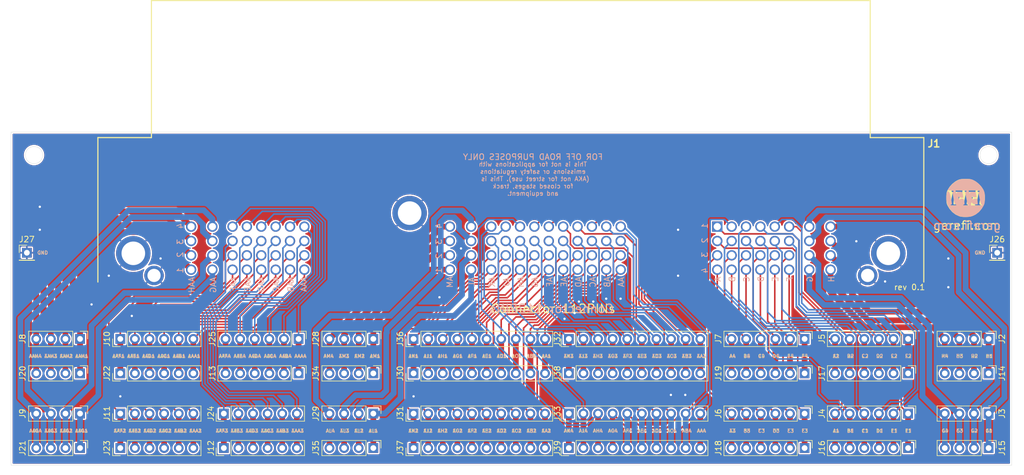
<source format=kicad_pcb>
(kicad_pcb (version 20171130) (host pcbnew "(5.1.7)-1")
  (layers (0 F.Cu signal) (31 B.Cu signal) (34 B.Paste user) (35 F.Paste user) (36 B.SilkS user) (37 F.SilkS user) (38 B.Mask user) (39 F.Mask user) (44 Edge.Cuts user))
  (net 0 "")
  (net 1 Earth)
  (net 2 "Net-(J1-PadAAH1)")
  (net 3 "Net-(J1-PadAAH2)")
  (net 4 "Net-(J1-PadAAH3)")
  (net 5 "Net-(J1-PadAAH4)")
  (net 6 "Net-(J1-PadAAG1)")
  (net 7 "Net-(J1-PadAAG2)")
  (net 8 "Net-(J1-PadAAG3)")
  (net 9 "Net-(J1-PadAAG4)")
  (net 10 "Net-(J1-PadAAF1)")
  (net 11 "Net-(J1-PadAAF2)")
  (net 12 "Net-(J1-PadAAF3)")
  (net 13 "Net-(J1-PadAAF4)")
  (net 14 "Net-(J1-PadAAE1)")
  (net 15 "Net-(J1-PadAAE2)")
  (net 16 "Net-(J1-PadAAE3)")
  (net 17 "Net-(J1-PadAAE4)")
  (net 18 "Net-(J1-PadAAD1)")
  (net 19 "Net-(J1-PadAAD2)")
  (net 20 "Net-(J1-PadAAD3)")
  (net 21 "Net-(J1-PadAAD4)")
  (net 22 "Net-(J1-PadAAC1)")
  (net 23 "Net-(J1-PadAAC2)")
  (net 24 "Net-(J1-PadAAC3)")
  (net 25 "Net-(J1-PadAAC4)")
  (net 26 "Net-(J1-PadAAB1)")
  (net 27 "Net-(J1-PadAAB2)")
  (net 28 "Net-(J1-PadAAB3)")
  (net 29 "Net-(J1-PadAAB4)")
  (net 30 "Net-(J1-PadAAA1)")
  (net 31 "Net-(J1-PadAAA2)")
  (net 32 "Net-(J1-PadAAA3)")
  (net 33 "Net-(J1-PadAAA4)")
  (net 34 "Net-(J1-PadAM1)")
  (net 35 "Net-(J1-PadAM2)")
  (net 36 "Net-(J1-PadAM3)")
  (net 37 "Net-(J1-PadAM4)")
  (net 38 "Net-(J1-PadAL1)")
  (net 39 "Net-(J1-PadAL2)")
  (net 40 "Net-(J1-PadAL3)")
  (net 41 "Net-(J1-PadAL4)")
  (net 42 "Net-(J1-PadAK1)")
  (net 43 "Net-(J1-PadAK2)")
  (net 44 "Net-(J1-PadAK3)")
  (net 45 "Net-(J1-PadAK4)")
  (net 46 "Net-(J1-PadAJ1)")
  (net 47 "Net-(J1-PadAJ2)")
  (net 48 "Net-(J1-PadAJ3)")
  (net 49 "Net-(J1-PadAJ4)")
  (net 50 "Net-(J1-PadAH1)")
  (net 51 "Net-(J1-PadAH2)")
  (net 52 "Net-(J1-PadAH3)")
  (net 53 "Net-(J1-PadAH4)")
  (net 54 "Net-(J1-PadAG1)")
  (net 55 "Net-(J1-PadAG2)")
  (net 56 "Net-(J1-PadAG3)")
  (net 57 "Net-(J1-PadAG4)")
  (net 58 "Net-(J1-PadAF1)")
  (net 59 "Net-(J1-PadAF2)")
  (net 60 "Net-(J1-PadAF3)")
  (net 61 "Net-(J1-PadAF4)")
  (net 62 "Net-(J1-PadAE1)")
  (net 63 "Net-(J1-PadAE2)")
  (net 64 "Net-(J1-PadAE3)")
  (net 65 "Net-(J1-PadAE4)")
  (net 66 "Net-(J1-PadAD1)")
  (net 67 "Net-(J1-PadAD2)")
  (net 68 "Net-(J1-PadAD3)")
  (net 69 "Net-(J1-PadAD4)")
  (net 70 "Net-(J1-PadAC1)")
  (net 71 "Net-(J1-PadAC2)")
  (net 72 "Net-(J1-PadAC3)")
  (net 73 "Net-(J1-PadAC4)")
  (net 74 "Net-(J1-PadAB1)")
  (net 75 "Net-(J1-PadAB2)")
  (net 76 "Net-(J1-PadAB3)")
  (net 77 "Net-(J1-PadAB4)")
  (net 78 "Net-(J1-PadAA1)")
  (net 79 "Net-(J1-PadAA2)")
  (net 80 "Net-(J1-PadAA3)")
  (net 81 "Net-(J1-PadAA4)")
  (net 82 "Net-(J1-PadH4)")
  (net 83 "Net-(J1-PadH3)")
  (net 84 "Net-(J1-PadH2)")
  (net 85 "Net-(J1-PadH1)")
  (net 86 "Net-(J1-PadG4)")
  (net 87 "Net-(J1-PadG3)")
  (net 88 "Net-(J1-PadG2)")
  (net 89 "Net-(J1-PadG1)")
  (net 90 "Net-(J1-PadF4)")
  (net 91 "Net-(J1-PadF3)")
  (net 92 "Net-(J1-PadF2)")
  (net 93 "Net-(J1-PadF1)")
  (net 94 "Net-(J1-PadE4)")
  (net 95 "Net-(J1-PadE3)")
  (net 96 "Net-(J1-PadE2)")
  (net 97 "Net-(J1-PadE1)")
  (net 98 "Net-(J1-PadD4)")
  (net 99 "Net-(J1-PadD3)")
  (net 100 "Net-(J1-PadD2)")
  (net 101 "Net-(J1-PadD1)")
  (net 102 "Net-(J1-PadC4)")
  (net 103 "Net-(J1-PadC3)")
  (net 104 "Net-(J1-PadC2)")
  (net 105 "Net-(J1-PadC1)")
  (net 106 "Net-(J1-PadB4)")
  (net 107 "Net-(J1-PadB3)")
  (net 108 "Net-(J1-PadB2)")
  (net 109 "Net-(J1-PadB1)")
  (net 110 "Net-(J1-PadA4)")
  (net 111 "Net-(J1-PadA3)")
  (net 112 "Net-(J1-PadA2)")
  (net 113 "Net-(J1-PadA1)")
  (module gerefi:LOGO (layer B.Cu) (at 243 73.5 180)
    (fp_text reference G? hide)
    (fp_text value LOGO hide)
  )
  (module gerefi:LOGO (layer F.Cu) (at 243 73.5)
    (fp_text reference G? hide)
    (fp_text value LOGO hide)
  )
  (module gerefi:Off_Road_Disclaimer (layer B.Cu) (at 167.75 69.5 180)
    (fp_text reference G? hide)
    (fp_text value Disclaimer hide)
    (fp_text user "FOR OFF ROAD PURPOSES ONLY" (at 0 3.175) (layer B.SilkS) (effects (justify mirror)))
    (fp_text user "This is not for applications with" (at 0 1.905) (layer B.SilkS) (effects (font (size 0.762 0.762) (thickness 0.127)) (justify mirror)))
    (fp_text user "emissions or safety regulations" (at 0 0.635) (layer B.SilkS) (effects (font (size 0.762 0.762) (thickness 0.127)) (justify mirror)))
    (fp_text user "(AKA not for street use). This is " (at -0.127 -0.635) (layer B.SilkS) (effects (font (size 0.762 0.762) (thickness 0.127)) (justify mirror)))
    (fp_text user "for closed stages, track" (at 0 -1.905) (layer B.SilkS) (effects (font (size 0.762 0.762) (thickness 0.127)) (justify mirror)))
    (fp_text user "and equipment." (at 0 -3.175) (layer B.SilkS) (effects (font (size 0.762 0.762) (thickness 0.127)) (justify mirror)))
  )
  (module gerefi_lib_private:64333-0100_1 (layer F.Cu) (at 167.915001 63.100001)
    (fp_text reference J1 (at 69.584999 0.899999 180) (layer F.SilkS) (effects (font (size 1.27 1.27) (thickness 0.254))))
    (fp_text value 0643330100 hide)
    (fp_text user AA (at 15.2 25 90) (layer B.SilkS) (effects (justify mirror)))
    (fp_text user H (at 51.75 24.5 90) (layer B.SilkS) (effects (justify mirror)))
    (fp_text user G (at 48 24.5 90) (layer B.SilkS) (effects (justify mirror)))
    (fp_text user F (at 44.5 24.5 90) (layer B.SilkS) (effects (justify mirror)))
    (fp_text user E (at 42 24.5 90) (layer B.SilkS) (effects (justify mirror)))
    (fp_text user D (at 39.5 24.5 90) (layer B.SilkS) (effects (justify mirror)))
    (fp_text user C (at 37 24.5 90) (layer B.SilkS) (effects (justify mirror)))
    (fp_text user B (at 34.5 24.5 90) (layer B.SilkS) (effects (justify mirror)))
    (fp_text user A (at 32 24.5 90) (layer B.SilkS) (effects (justify mirror)))
    (fp_text user AB (at 12.75 25 90) (layer B.SilkS) (effects (justify mirror)))
    (fp_text user AC (at 10.25 25 90) (layer B.SilkS) (effects (justify mirror)))
    (fp_text user AD (at 7.75 25 90) (layer B.SilkS) (effects (justify mirror)))
    (fp_text user AE (at 5.25 25 90) (layer B.SilkS) (effects (justify mirror)))
    (fp_text user AF (at 2.75 25 90) (layer B.SilkS) (effects (justify mirror)))
    (fp_text user AG (at 0.2 25 90) (layer B.SilkS) (effects (justify mirror)))
    (fp_text user AH (at -2.25 25 90) (layer B.SilkS) (effects (justify mirror)))
    (fp_text user AJ (at -4.75 25 90) (layer B.SilkS) (effects (justify mirror)))
    (fp_text user AK (at -7.25 25 90) (layer B.SilkS) (effects (justify mirror)))
    (fp_text user AL (at -10.8 25 90) (layer B.SilkS) (effects (justify mirror)))
    (fp_text user 1 (at 29.75 15.25 90) (layer B.SilkS) (effects (justify mirror)))
    (fp_text user 4 (at 29.75 23 90) (layer B.SilkS) (effects (justify mirror)))
    (fp_text user 3 (at 29.75 20.25 90) (layer B.SilkS) (effects (justify mirror)))
    (fp_text user 2 (at 29.75 17.75 90) (layer B.SilkS) (effects (justify mirror)))
    (fp_text user 1 (at -16.5 23 90) (layer B.SilkS) (effects (justify mirror)))
    (fp_text user 4 (at -16.5 15.25 90) (layer B.SilkS) (effects (justify mirror)))
    (fp_text user 3 (at -16.5 18 90) (layer B.SilkS) (effects (justify mirror)))
    (fp_text user 2 (at -16.5 20.5 90) (layer B.SilkS) (effects (justify mirror)))
    (fp_text user 4 (at -61.5 15.25 90) (layer B.SilkS) (effects (justify mirror)))
    (fp_text user 3 (at -61.5 18 90) (layer B.SilkS) (effects (justify mirror)))
    (fp_text user 2 (at -61.5 20.25 90) (layer B.SilkS) (effects (justify mirror)))
    (fp_text user 1 (at -61.5 23 90) (layer B.SilkS) (effects (justify mirror)))
    (fp_text user AM (at -14.6 25 90) (layer B.SilkS) (effects (justify mirror)))
    (fp_text user AAH (at -59.5 25.5 270) (layer B.SilkS) (effects (justify mirror)))
    (fp_text user AAA (at -40 25.4 90) (layer B.SilkS) (effects (justify mirror)))
    (fp_text user AAB (at -42.25 25.4 90) (layer B.SilkS) (effects (justify mirror)))
    (fp_text user AAC (at -44.8 25.4 90) (layer B.SilkS) (effects (justify mirror)))
    (fp_text user AAD (at -47.4 25.4 90) (layer B.SilkS) (effects (justify mirror)))
    (fp_text user AAE (at -49.75 25.4 90) (layer B.SilkS) (effects (justify mirror)))
    (fp_text user AAF (at -52.25 25.4 90) (layer B.SilkS) (effects (justify mirror)))
    (fp_text user AAG (at -55.75 25.5 90) (layer B.SilkS) (effects (justify mirror)))
    (pad A1 thru_hole rect (at 31.9 15.35 180) (size 1.8 1.8) (drill 1.25) (layers *.Cu *.Mask) (net 113 "Net-(J1-PadA1)"))
    (pad A2 thru_hole circle (at 31.9 17.85 180) (size 1.8 1.8) (drill 1.25) (layers *.Cu *.Mask) (net 112 "Net-(J1-PadA2)"))
    (pad A3 thru_hole circle (at 31.9 20.35 180) (size 1.8 1.8) (drill 1.25) (layers *.Cu *.Mask) (net 111 "Net-(J1-PadA3)"))
    (pad A4 thru_hole circle (at 31.9 22.85 180) (size 1.8 1.8) (drill 1.25) (layers *.Cu *.Mask) (net 110 "Net-(J1-PadA4)"))
    (pad B1 thru_hole circle (at 34.4 15.35 180) (size 1.8 1.8) (drill 1.25) (layers *.Cu *.Mask) (net 109 "Net-(J1-PadB1)"))
    (pad B2 thru_hole circle (at 34.4 17.85 180) (size 1.8 1.8) (drill 1.25) (layers *.Cu *.Mask) (net 108 "Net-(J1-PadB2)"))
    (pad B3 thru_hole circle (at 34.4 20.35 180) (size 1.8 1.8) (drill 1.25) (layers *.Cu *.Mask) (net 107 "Net-(J1-PadB3)"))
    (pad B4 thru_hole circle (at 34.4 22.85 180) (size 1.8 1.8) (drill 1.25) (layers *.Cu *.Mask) (net 106 "Net-(J1-PadB4)"))
    (pad C1 thru_hole circle (at 36.9 15.35 180) (size 1.8 1.8) (drill 1.25) (layers *.Cu *.Mask) (net 105 "Net-(J1-PadC1)"))
    (pad C2 thru_hole circle (at 36.9 17.85 180) (size 1.8 1.8) (drill 1.25) (layers *.Cu *.Mask) (net 104 "Net-(J1-PadC2)"))
    (pad C3 thru_hole circle (at 36.9 20.35 180) (size 1.8 1.8) (drill 1.25) (layers *.Cu *.Mask) (net 103 "Net-(J1-PadC3)"))
    (pad C4 thru_hole circle (at 36.9 22.85 180) (size 1.8 1.8) (drill 1.25) (layers *.Cu *.Mask) (net 102 "Net-(J1-PadC4)"))
    (pad D1 thru_hole circle (at 39.4 15.35 180) (size 1.8 1.8) (drill 1.25) (layers *.Cu *.Mask) (net 101 "Net-(J1-PadD1)"))
    (pad D2 thru_hole circle (at 39.4 17.85 180) (size 1.8 1.8) (drill 1.25) (layers *.Cu *.Mask) (net 100 "Net-(J1-PadD2)"))
    (pad D3 thru_hole circle (at 39.4 20.35 180) (size 1.8 1.8) (drill 1.25) (layers *.Cu *.Mask) (net 99 "Net-(J1-PadD3)"))
    (pad D4 thru_hole circle (at 39.4 22.85 180) (size 1.8 1.8) (drill 1.25) (layers *.Cu *.Mask) (net 98 "Net-(J1-PadD4)"))
    (pad E1 thru_hole circle (at 41.9 15.35 180) (size 1.8 1.8) (drill 1.25) (layers *.Cu *.Mask) (net 97 "Net-(J1-PadE1)"))
    (pad E2 thru_hole circle (at 41.9 17.85 180) (size 1.8 1.8) (drill 1.25) (layers *.Cu *.Mask) (net 96 "Net-(J1-PadE2)"))
    (pad E3 thru_hole circle (at 41.9 20.35 180) (size 1.8 1.8) (drill 1.25) (layers *.Cu *.Mask) (net 95 "Net-(J1-PadE3)"))
    (pad E4 thru_hole circle (at 41.9 22.85 180) (size 1.8 1.8) (drill 1.25) (layers *.Cu *.Mask) (net 94 "Net-(J1-PadE4)"))
    (pad F1 thru_hole circle (at 44.4 15.35 180) (size 1.8 1.8) (drill 1.25) (layers *.Cu *.Mask) (net 93 "Net-(J1-PadF1)"))
    (pad F2 thru_hole circle (at 44.4 17.85 180) (size 1.8 1.8) (drill 1.25) (layers *.Cu *.Mask) (net 92 "Net-(J1-PadF2)"))
    (pad F3 thru_hole circle (at 44.4 20.35 180) (size 1.8 1.8) (drill 1.25) (layers *.Cu *.Mask) (net 91 "Net-(J1-PadF3)"))
    (pad F4 thru_hole circle (at 44.4 22.85 180) (size 1.8 1.8) (drill 1.25) (layers *.Cu *.Mask) (net 90 "Net-(J1-PadF4)"))
    (pad G1 thru_hole circle (at 47.9 15.35 180) (size 1.8 1.8) (drill 1.25) (layers *.Cu *.Mask) (net 89 "Net-(J1-PadG1)"))
    (pad G2 thru_hole circle (at 47.9 17.85 180) (size 1.8 1.8) (drill 1.25) (layers *.Cu *.Mask) (net 88 "Net-(J1-PadG2)"))
    (pad G3 thru_hole circle (at 47.9 20.35 180) (size 1.8 1.8) (drill 1.25) (layers *.Cu *.Mask) (net 87 "Net-(J1-PadG3)"))
    (pad G4 thru_hole circle (at 47.9 22.85 180) (size 1.8 1.8) (drill 1.25) (layers *.Cu *.Mask) (net 86 "Net-(J1-PadG4)"))
    (pad H1 thru_hole circle (at 51.6 15.35 180) (size 1.8 1.8) (drill 1.25) (layers *.Cu *.Mask) (net 85 "Net-(J1-PadH1)"))
    (pad H2 thru_hole circle (at 51.6 17.85 180) (size 1.8 1.8) (drill 1.25) (layers *.Cu *.Mask) (net 84 "Net-(J1-PadH2)"))
    (pad H3 thru_hole circle (at 51.6 20.35 180) (size 1.8 1.8) (drill 1.25) (layers *.Cu *.Mask) (net 83 "Net-(J1-PadH3)"))
    (pad H4 thru_hole circle (at 51.6 22.85 180) (size 1.8 1.8) (drill 1.25) (layers *.Cu *.Mask) (net 82 "Net-(J1-PadH4)"))
    (pad AA4 thru_hole circle (at 15.1 15.35 180) (size 1.8 1.8) (drill 1.25) (layers *.Cu *.Mask) (net 81 "Net-(J1-PadAA4)"))
    (pad AA3 thru_hole circle (at 15.1 17.85 180) (size 1.8 1.8) (drill 1.25) (layers *.Cu *.Mask) (net 80 "Net-(J1-PadAA3)"))
    (pad AA2 thru_hole circle (at 15.1 20.35 180) (size 1.8 1.8) (drill 1.25) (layers *.Cu *.Mask) (net 79 "Net-(J1-PadAA2)"))
    (pad AA1 thru_hole circle (at 15.1 22.85 180) (size 1.8 1.8) (drill 1.25) (layers *.Cu *.Mask) (net 78 "Net-(J1-PadAA1)"))
    (pad AB4 thru_hole circle (at 12.6 15.35 180) (size 1.8 1.8) (drill 1.25) (layers *.Cu *.Mask) (net 77 "Net-(J1-PadAB4)"))
    (pad AB3 thru_hole circle (at 12.6 17.85 180) (size 1.8 1.8) (drill 1.25) (layers *.Cu *.Mask) (net 76 "Net-(J1-PadAB3)"))
    (pad AB2 thru_hole circle (at 12.6 20.35 180) (size 1.8 1.8) (drill 1.25) (layers *.Cu *.Mask) (net 75 "Net-(J1-PadAB2)"))
    (pad AB1 thru_hole circle (at 12.6 22.85 180) (size 1.8 1.8) (drill 1.25) (layers *.Cu *.Mask) (net 74 "Net-(J1-PadAB1)"))
    (pad AC4 thru_hole circle (at 10.1 15.35 180) (size 1.8 1.8) (drill 1.25) (layers *.Cu *.Mask) (net 73 "Net-(J1-PadAC4)"))
    (pad AC3 thru_hole circle (at 10.1 17.85 180) (size 1.8 1.8) (drill 1.25) (layers *.Cu *.Mask) (net 72 "Net-(J1-PadAC3)"))
    (pad AC2 thru_hole circle (at 10.1 20.35 180) (size 1.8 1.8) (drill 1.25) (layers *.Cu *.Mask) (net 71 "Net-(J1-PadAC2)"))
    (pad AC1 thru_hole circle (at 10.1 22.85 180) (size 1.8 1.8) (drill 1.25) (layers *.Cu *.Mask) (net 70 "Net-(J1-PadAC1)"))
    (pad AD4 thru_hole circle (at 7.6 15.35 180) (size 1.8 1.8) (drill 1.25) (layers *.Cu *.Mask) (net 69 "Net-(J1-PadAD4)"))
    (pad AD3 thru_hole circle (at 7.6 17.85 180) (size 1.8 1.8) (drill 1.25) (layers *.Cu *.Mask) (net 68 "Net-(J1-PadAD3)"))
    (pad AD2 thru_hole circle (at 7.6 20.35 180) (size 1.8 1.8) (drill 1.25) (layers *.Cu *.Mask) (net 67 "Net-(J1-PadAD2)"))
    (pad AD1 thru_hole circle (at 7.6 22.85 180) (size 1.8 1.8) (drill 1.25) (layers *.Cu *.Mask) (net 66 "Net-(J1-PadAD1)"))
    (pad AE4 thru_hole circle (at 5.1 15.35 180) (size 1.8 1.8) (drill 1.25) (layers *.Cu *.Mask) (net 65 "Net-(J1-PadAE4)"))
    (pad AE3 thru_hole circle (at 5.1 17.85 180) (size 1.8 1.8) (drill 1.25) (layers *.Cu *.Mask) (net 64 "Net-(J1-PadAE3)"))
    (pad AE2 thru_hole circle (at 5.1 20.35 180) (size 1.8 1.8) (drill 1.25) (layers *.Cu *.Mask) (net 63 "Net-(J1-PadAE2)"))
    (pad AE1 thru_hole circle (at 5.1 22.85 180) (size 1.8 1.8) (drill 1.25) (layers *.Cu *.Mask) (net 62 "Net-(J1-PadAE1)"))
    (pad AF4 thru_hole circle (at 2.6 15.35 180) (size 1.8 1.8) (drill 1.25) (layers *.Cu *.Mask) (net 61 "Net-(J1-PadAF4)"))
    (pad AF3 thru_hole circle (at 2.6 17.85 180) (size 1.8 1.8) (drill 1.25) (layers *.Cu *.Mask) (net 60 "Net-(J1-PadAF3)"))
    (pad AF2 thru_hole circle (at 2.6 20.35 180) (size 1.8 1.8) (drill 1.25) (layers *.Cu *.Mask) (net 59 "Net-(J1-PadAF2)"))
    (pad AF1 thru_hole circle (at 2.6 22.85 180) (size 1.8 1.8) (drill 1.25) (layers *.Cu *.Mask) (net 58 "Net-(J1-PadAF1)"))
    (pad AG4 thru_hole circle (at 0.1 15.35 180) (size 1.8 1.8) (drill 1.25) (layers *.Cu *.Mask) (net 57 "Net-(J1-PadAG4)"))
    (pad AG3 thru_hole circle (at 0.1 17.85 180) (size 1.8 1.8) (drill 1.25) (layers *.Cu *.Mask) (net 56 "Net-(J1-PadAG3)"))
    (pad AG2 thru_hole circle (at 0.1 20.35 180) (size 1.8 1.8) (drill 1.25) (layers *.Cu *.Mask) (net 55 "Net-(J1-PadAG2)"))
    (pad AG1 thru_hole circle (at 0.1 22.85 180) (size 1.8 1.8) (drill 1.25) (layers *.Cu *.Mask) (net 54 "Net-(J1-PadAG1)"))
    (pad AH4 thru_hole circle (at -2.4 15.35 180) (size 1.8 1.8) (drill 1.25) (layers *.Cu *.Mask) (net 53 "Net-(J1-PadAH4)"))
    (pad AH3 thru_hole circle (at -2.4 17.85 180) (size 1.8 1.8) (drill 1.25) (layers *.Cu *.Mask) (net 52 "Net-(J1-PadAH3)"))
    (pad AH2 thru_hole circle (at -2.4 20.35 180) (size 1.8 1.8) (drill 1.25) (layers *.Cu *.Mask) (net 51 "Net-(J1-PadAH2)"))
    (pad AH1 thru_hole circle (at -2.4 22.85 180) (size 1.8 1.8) (drill 1.25) (layers *.Cu *.Mask) (net 50 "Net-(J1-PadAH1)"))
    (pad AJ4 thru_hole circle (at -4.9 15.35 180) (size 1.8 1.8) (drill 1.25) (layers *.Cu *.Mask) (net 49 "Net-(J1-PadAJ4)"))
    (pad AJ3 thru_hole circle (at -4.9 17.85 180) (size 1.8 1.8) (drill 1.25) (layers *.Cu *.Mask) (net 48 "Net-(J1-PadAJ3)"))
    (pad AJ2 thru_hole circle (at -4.9 20.35 180) (size 1.8 1.8) (drill 1.25) (layers *.Cu *.Mask) (net 47 "Net-(J1-PadAJ2)"))
    (pad AJ1 thru_hole circle (at -4.9 22.85 180) (size 1.8 1.8) (drill 1.25) (layers *.Cu *.Mask) (net 46 "Net-(J1-PadAJ1)"))
    (pad AK4 thru_hole circle (at -7.4 15.35 180) (size 1.8 1.8) (drill 1.25) (layers *.Cu *.Mask) (net 45 "Net-(J1-PadAK4)"))
    (pad AK3 thru_hole circle (at -7.4 17.85 180) (size 1.8 1.8) (drill 1.25) (layers *.Cu *.Mask) (net 44 "Net-(J1-PadAK3)"))
    (pad AK2 thru_hole circle (at -7.4 20.35 180) (size 1.8 1.8) (drill 1.25) (layers *.Cu *.Mask) (net 43 "Net-(J1-PadAK2)"))
    (pad AK1 thru_hole circle (at -7.4 22.85 180) (size 1.8 1.8) (drill 1.25) (layers *.Cu *.Mask) (net 42 "Net-(J1-PadAK1)"))
    (pad AL4 thru_hole circle (at -10.9 15.35 180) (size 1.8 1.8) (drill 1.25) (layers *.Cu *.Mask) (net 41 "Net-(J1-PadAL4)"))
    (pad AL3 thru_hole circle (at -10.9 17.85 180) (size 1.8 1.8) (drill 1.25) (layers *.Cu *.Mask) (net 40 "Net-(J1-PadAL3)"))
    (pad AL2 thru_hole circle (at -10.9 20.35 180) (size 1.8 1.8) (drill 1.25) (layers *.Cu *.Mask) (net 39 "Net-(J1-PadAL2)"))
    (pad AL1 thru_hole circle (at -10.9 22.85 180) (size 1.8 1.8) (drill 1.25) (layers *.Cu *.Mask) (net 38 "Net-(J1-PadAL1)"))
    (pad AM4 thru_hole circle (at -14.6 15.35 180) (size 1.8 1.8) (drill 1.25) (layers *.Cu *.Mask) (net 37 "Net-(J1-PadAM4)"))
    (pad AM3 thru_hole circle (at -14.6 17.85 180) (size 1.8 1.8) (drill 1.25) (layers *.Cu *.Mask) (net 36 "Net-(J1-PadAM3)"))
    (pad AM2 thru_hole circle (at -14.6 20.35 180) (size 1.8 1.8) (drill 1.25) (layers *.Cu *.Mask) (net 35 "Net-(J1-PadAM2)"))
    (pad AM1 thru_hole circle (at -14.6 22.85 180) (size 1.8 1.8) (drill 1.25) (layers *.Cu *.Mask) (net 34 "Net-(J1-PadAM1)"))
    (pad AAA4 thru_hole circle (at -39.9 15.35 180) (size 1.8 1.8) (drill 1.25) (layers *.Cu *.Mask) (net 33 "Net-(J1-PadAAA4)"))
    (pad AAA3 thru_hole circle (at -39.9 17.85 180) (size 1.8 1.8) (drill 1.25) (layers *.Cu *.Mask) (net 32 "Net-(J1-PadAAA3)"))
    (pad AAA2 thru_hole circle (at -39.9 20.35 180) (size 1.8 1.8) (drill 1.25) (layers *.Cu *.Mask) (net 31 "Net-(J1-PadAAA2)"))
    (pad AAA1 thru_hole circle (at -39.9 22.85 180) (size 1.8 1.8) (drill 1.25) (layers *.Cu *.Mask) (net 30 "Net-(J1-PadAAA1)"))
    (pad AAB4 thru_hole circle (at -42.4 15.35 180) (size 1.8 1.8) (drill 1.25) (layers *.Cu *.Mask) (net 29 "Net-(J1-PadAAB4)"))
    (pad AAB3 thru_hole circle (at -42.4 17.85 180) (size 1.8 1.8) (drill 1.25) (layers *.Cu *.Mask) (net 28 "Net-(J1-PadAAB3)"))
    (pad AAB2 thru_hole circle (at -42.4 20.35 180) (size 1.8 1.8) (drill 1.25) (layers *.Cu *.Mask) (net 27 "Net-(J1-PadAAB2)"))
    (pad AAB1 thru_hole circle (at -42.4 22.85 180) (size 1.8 1.8) (drill 1.25) (layers *.Cu *.Mask) (net 26 "Net-(J1-PadAAB1)"))
    (pad AAC4 thru_hole circle (at -44.9 15.35 180) (size 1.8 1.8) (drill 1.25) (layers *.Cu *.Mask) (net 25 "Net-(J1-PadAAC4)"))
    (pad AAC3 thru_hole circle (at -44.9 17.85 180) (size 1.8 1.8) (drill 1.25) (layers *.Cu *.Mask) (net 24 "Net-(J1-PadAAC3)"))
    (pad AAC2 thru_hole circle (at -44.9 20.35 180) (size 1.8 1.8) (drill 1.25) (layers *.Cu *.Mask) (net 23 "Net-(J1-PadAAC2)"))
    (pad AAC1 thru_hole circle (at -44.9 22.85 180) (size 1.8 1.8) (drill 1.25) (layers *.Cu *.Mask) (net 22 "Net-(J1-PadAAC1)"))
    (pad AAD4 thru_hole circle (at -47.4 15.35 180) (size 1.8 1.8) (drill 1.25) (layers *.Cu *.Mask) (net 21 "Net-(J1-PadAAD4)"))
    (pad AAD3 thru_hole circle (at -47.4 17.85 180) (size 1.8 1.8) (drill 1.25) (layers *.Cu *.Mask) (net 20 "Net-(J1-PadAAD3)"))
    (pad AAD2 thru_hole circle (at -47.4 20.35 180) (size 1.8 1.8) (drill 1.25) (layers *.Cu *.Mask) (net 19 "Net-(J1-PadAAD2)"))
    (pad AAD1 thru_hole circle (at -47.4 22.85 180) (size 1.8 1.8) (drill 1.25) (layers *.Cu *.Mask) (net 18 "Net-(J1-PadAAD1)"))
    (pad AAE4 thru_hole circle (at -49.9 15.35 180) (size 1.8 1.8) (drill 1.25) (layers *.Cu *.Mask) (net 17 "Net-(J1-PadAAE4)"))
    (pad AAE3 thru_hole circle (at -49.9 17.85 180) (size 1.8 1.8) (drill 1.25) (layers *.Cu *.Mask) (net 16 "Net-(J1-PadAAE3)"))
    (pad AAE2 thru_hole circle (at -49.9 20.35 180) (size 1.8 1.8) (drill 1.25) (layers *.Cu *.Mask) (net 15 "Net-(J1-PadAAE2)"))
    (pad AAE1 thru_hole circle (at -49.9 22.85 180) (size 1.8 1.8) (drill 1.25) (layers *.Cu *.Mask) (net 14 "Net-(J1-PadAAE1)"))
    (pad AAF4 thru_hole circle (at -52.4 15.35 180) (size 1.8 1.8) (drill 1.25) (layers *.Cu *.Mask) (net 13 "Net-(J1-PadAAF4)"))
    (pad AAF3 thru_hole circle (at -52.4 17.85 180) (size 1.8 1.8) (drill 1.25) (layers *.Cu *.Mask) (net 12 "Net-(J1-PadAAF3)"))
    (pad AAF2 thru_hole circle (at -52.4 20.35 180) (size 1.8 1.8) (drill 1.25) (layers *.Cu *.Mask) (net 11 "Net-(J1-PadAAF2)"))
    (pad AAF1 thru_hole circle (at -52.4 22.85 180) (size 1.8 1.8) (drill 1.25) (layers *.Cu *.Mask) (net 10 "Net-(J1-PadAAF1)"))
    (pad AAG4 thru_hole circle (at -55.9 15.35 180) (size 1.8 1.8) (drill 1.25) (layers *.Cu *.Mask) (net 9 "Net-(J1-PadAAG4)"))
    (pad AAG3 thru_hole circle (at -55.9 17.85 180) (size 1.8 1.8) (drill 1.25) (layers *.Cu *.Mask) (net 8 "Net-(J1-PadAAG3)"))
    (pad AAG2 thru_hole circle (at -55.9 20.35 180) (size 1.8 1.8) (drill 1.25) (layers *.Cu *.Mask) (net 7 "Net-(J1-PadAAG2)"))
    (pad AAG1 thru_hole circle (at -55.9 22.85 180) (size 1.8 1.8) (drill 1.25) (layers *.Cu *.Mask) (net 6 "Net-(J1-PadAAG1)"))
    (pad AAH4 thru_hole circle (at -59.6 15.35 180) (size 1.8 1.8) (drill 1.25) (layers *.Cu *.Mask) (net 5 "Net-(J1-PadAAH4)"))
    (pad AAH3 thru_hole circle (at -59.6 17.85 180) (size 1.8 1.8) (drill 1.25) (layers *.Cu *.Mask) (net 4 "Net-(J1-PadAAH3)"))
    (pad AAH2 thru_hole circle (at -59.6 20.35 180) (size 1.8 1.8) (drill 1.25) (layers *.Cu *.Mask) (net 3 "Net-(J1-PadAAH2)"))
    (pad AAH1 thru_hole circle (at -59.6 22.85 180) (size 1.8 1.8) (drill 1.25) (layers *.Cu *.Mask) (net 2 "Net-(J1-PadAAH1)"))
    (pad MH1 thru_hole circle (at -69.65 20 180) (size 6 6) (drill 4.1) (layers *.Cu *.Mask) (net 1 Earth))
    (pad MH2 thru_hole circle (at -21.6 13 180) (size 6 6) (drill 4.1) (layers *.Cu *.Mask) (net 1 Earth))
    (pad MH3 thru_hole circle (at 61.65 20 180) (size 6 6) (drill 4.1) (layers *.Cu *.Mask) (net 1 Earth))
    (pad MH5 thru_hole circle (at -66.05 23.85 180) (size 3.4 3.4) (drill 2.3) (layers *.Cu *.Mask) (net 1 Earth))
    (pad MH4 thru_hole circle (at 58.05 23.85 180) (size 3.4 3.4) (drill 2.3) (layers *.Cu *.Mask) (net 1 Earth))
  )
  (module Pin_Headers:Pin_Header_Straight_1x04_Pitch2.54mm (layer F.Cu) (at 247 98 270)
    (fp_text reference J2 (at 0 -2.33 90) (layer F.SilkS))
    (fp_text value Conn_01x04)
    (pad 1 thru_hole rect (at 0 0 270) (size 1.7 1.7) (drill 1) (layers *.Cu *.Mask) (net 85 "Net-(J1-PadH1)"))
    (pad 2 thru_hole oval (at 0 2.54 270) (size 1.7 1.7) (drill 1) (layers *.Cu *.Mask) (net 84 "Net-(J1-PadH2)"))
    (pad 3 thru_hole oval (at 0 5.08 270) (size 1.7 1.7) (drill 1) (layers *.Cu *.Mask) (net 83 "Net-(J1-PadH3)"))
    (pad 4 thru_hole oval (at 0 7.62 270) (size 1.7 1.7) (drill 1) (layers *.Cu *.Mask) (net 82 "Net-(J1-PadH4)"))
  )
  (module Pin_Headers:Pin_Header_Straight_1x04_Pitch2.54mm (layer F.Cu) (at 247 111 270)
    (fp_text reference J3 (at 0 -2.33 90) (layer F.SilkS))
    (fp_text value Conn_01x04)
    (pad 1 thru_hole rect (at 0 0 270) (size 1.7 1.7) (drill 1) (layers *.Cu *.Mask) (net 89 "Net-(J1-PadG1)"))
    (pad 2 thru_hole oval (at 0 2.54 270) (size 1.7 1.7) (drill 1) (layers *.Cu *.Mask) (net 88 "Net-(J1-PadG2)"))
    (pad 3 thru_hole oval (at 0 5.08 270) (size 1.7 1.7) (drill 1) (layers *.Cu *.Mask) (net 87 "Net-(J1-PadG3)"))
    (pad 4 thru_hole oval (at 0 7.62 270) (size 1.7 1.7) (drill 1) (layers *.Cu *.Mask) (net 86 "Net-(J1-PadG4)"))
  )
  (module Pin_Headers:Pin_Header_Straight_1x06_Pitch2.54mm (layer F.Cu) (at 233 111 270)
    (fp_text reference J4 (at 0 15 90) (layer F.SilkS))
    (fp_text value Conn_01x06)
    (pad 1 thru_hole rect (at 0 0 270) (size 1.7 1.7) (drill 1) (layers *.Cu *.Mask) (net 93 "Net-(J1-PadF1)"))
    (pad 2 thru_hole oval (at 0 2.54 270) (size 1.7 1.7) (drill 1) (layers *.Cu *.Mask) (net 97 "Net-(J1-PadE1)"))
    (pad 3 thru_hole oval (at 0 5.08 270) (size 1.7 1.7) (drill 1) (layers *.Cu *.Mask) (net 101 "Net-(J1-PadD1)"))
    (pad 4 thru_hole oval (at 0 7.62 270) (size 1.7 1.7) (drill 1) (layers *.Cu *.Mask) (net 105 "Net-(J1-PadC1)"))
    (pad 5 thru_hole oval (at 0 10.16 270) (size 1.7 1.7) (drill 1) (layers *.Cu *.Mask) (net 109 "Net-(J1-PadB1)"))
    (pad 6 thru_hole oval (at 0 12.7 270) (size 1.7 1.7) (drill 1) (layers *.Cu *.Mask) (net 113 "Net-(J1-PadA1)"))
  )
  (module Pin_Headers:Pin_Header_Straight_1x06_Pitch2.54mm (layer F.Cu) (at 233 98 270)
    (fp_text reference J5 (at 0 15 90) (layer F.SilkS))
    (fp_text value Conn_01x06)
    (pad 6 thru_hole oval (at 0 12.7 270) (size 1.7 1.7) (drill 1) (layers *.Cu *.Mask) (net 112 "Net-(J1-PadA2)"))
    (pad 5 thru_hole oval (at 0 10.16 270) (size 1.7 1.7) (drill 1) (layers *.Cu *.Mask) (net 108 "Net-(J1-PadB2)"))
    (pad 4 thru_hole oval (at 0 7.62 270) (size 1.7 1.7) (drill 1) (layers *.Cu *.Mask) (net 104 "Net-(J1-PadC2)"))
    (pad 3 thru_hole oval (at 0 5.08 270) (size 1.7 1.7) (drill 1) (layers *.Cu *.Mask) (net 100 "Net-(J1-PadD2)"))
    (pad 2 thru_hole oval (at 0 2.54 270) (size 1.7 1.7) (drill 1) (layers *.Cu *.Mask) (net 96 "Net-(J1-PadE2)"))
    (pad 1 thru_hole rect (at 0 0 270) (size 1.7 1.7) (drill 1) (layers *.Cu *.Mask) (net 92 "Net-(J1-PadF2)"))
  )
  (module Pin_Headers:Pin_Header_Straight_1x06_Pitch2.54mm (layer F.Cu) (at 215 111 270)
    (fp_text reference J6 (at 0 15 90) (layer F.SilkS))
    (fp_text value Conn_01x06)
    (pad 6 thru_hole oval (at 0 12.7 270) (size 1.7 1.7) (drill 1) (layers *.Cu *.Mask) (net 111 "Net-(J1-PadA3)"))
    (pad 5 thru_hole oval (at 0 10.16 270) (size 1.7 1.7) (drill 1) (layers *.Cu *.Mask) (net 107 "Net-(J1-PadB3)"))
    (pad 4 thru_hole oval (at 0 7.62 270) (size 1.7 1.7) (drill 1) (layers *.Cu *.Mask) (net 103 "Net-(J1-PadC3)"))
    (pad 3 thru_hole oval (at 0 5.08 270) (size 1.7 1.7) (drill 1) (layers *.Cu *.Mask) (net 99 "Net-(J1-PadD3)"))
    (pad 2 thru_hole oval (at 0 2.54 270) (size 1.7 1.7) (drill 1) (layers *.Cu *.Mask) (net 95 "Net-(J1-PadE3)"))
    (pad 1 thru_hole rect (at 0 0 270) (size 1.7 1.7) (drill 1) (layers *.Cu *.Mask) (net 91 "Net-(J1-PadF3)"))
  )
  (module Pin_Headers:Pin_Header_Straight_1x06_Pitch2.54mm (layer F.Cu) (at 215 98 270)
    (fp_text reference J7 (at 0 15 90) (layer F.SilkS))
    (fp_text value Conn_01x06)
    (pad 1 thru_hole rect (at 0 0 270) (size 1.7 1.7) (drill 1) (layers *.Cu *.Mask) (net 90 "Net-(J1-PadF4)"))
    (pad 2 thru_hole oval (at 0 2.54 270) (size 1.7 1.7) (drill 1) (layers *.Cu *.Mask) (net 94 "Net-(J1-PadE4)"))
    (pad 3 thru_hole oval (at 0 5.08 270) (size 1.7 1.7) (drill 1) (layers *.Cu *.Mask) (net 98 "Net-(J1-PadD4)"))
    (pad 4 thru_hole oval (at 0 7.62 270) (size 1.7 1.7) (drill 1) (layers *.Cu *.Mask) (net 102 "Net-(J1-PadC4)"))
    (pad 5 thru_hole oval (at 0 10.16 270) (size 1.7 1.7) (drill 1) (layers *.Cu *.Mask) (net 106 "Net-(J1-PadB4)"))
    (pad 6 thru_hole oval (at 0 12.7 270) (size 1.7 1.7) (drill 1) (layers *.Cu *.Mask) (net 110 "Net-(J1-PadA4)"))
  )
  (module Pin_Headers:Pin_Header_Straight_1x04_Pitch2.54mm (layer F.Cu) (at 89 98 270)
    (fp_text reference J8 (at 0 10 90) (layer F.SilkS))
    (fp_text value Conn_01x04)
    (pad 1 thru_hole rect (at 0 0 270) (size 1.7 1.7) (drill 1) (layers *.Cu *.Mask) (net 2 "Net-(J1-PadAAH1)"))
    (pad 2 thru_hole oval (at 0 2.54 270) (size 1.7 1.7) (drill 1) (layers *.Cu *.Mask) (net 3 "Net-(J1-PadAAH2)"))
    (pad 3 thru_hole oval (at 0 5.08 270) (size 1.7 1.7) (drill 1) (layers *.Cu *.Mask) (net 4 "Net-(J1-PadAAH3)"))
    (pad 4 thru_hole oval (at 0 7.62 270) (size 1.7 1.7) (drill 1) (layers *.Cu *.Mask) (net 5 "Net-(J1-PadAAH4)"))
  )
  (module Pin_Headers:Pin_Header_Straight_1x04_Pitch2.54mm (layer F.Cu) (at 89 111 270)
    (fp_text reference J9 (at 0 10 90) (layer F.SilkS))
    (fp_text value Conn_01x04)
    (pad 1 thru_hole rect (at 0 0 270) (size 1.7 1.7) (drill 1) (layers *.Cu *.Mask) (net 6 "Net-(J1-PadAAG1)"))
    (pad 2 thru_hole oval (at 0 2.54 270) (size 1.7 1.7) (drill 1) (layers *.Cu *.Mask) (net 7 "Net-(J1-PadAAG2)"))
    (pad 3 thru_hole oval (at 0 5.08 270) (size 1.7 1.7) (drill 1) (layers *.Cu *.Mask) (net 8 "Net-(J1-PadAAG3)"))
    (pad 4 thru_hole oval (at 0 7.62 270) (size 1.7 1.7) (drill 1) (layers *.Cu *.Mask) (net 9 "Net-(J1-PadAAG4)"))
  )
  (module Pin_Headers:Pin_Header_Straight_1x06_Pitch2.54mm (layer F.Cu) (at 96 98 90)
    (fp_text reference J10 (at 0 -2.33 90) (layer F.SilkS))
    (fp_text value Conn_01x06)
    (pad 1 thru_hole rect (at 0 0 90) (size 1.7 1.7) (drill 1) (layers *.Cu *.Mask) (net 10 "Net-(J1-PadAAF1)"))
    (pad 2 thru_hole oval (at 0 2.54 90) (size 1.7 1.7) (drill 1) (layers *.Cu *.Mask) (net 14 "Net-(J1-PadAAE1)"))
    (pad 3 thru_hole oval (at 0 5.08 90) (size 1.7 1.7) (drill 1) (layers *.Cu *.Mask) (net 18 "Net-(J1-PadAAD1)"))
    (pad 4 thru_hole oval (at 0 7.62 90) (size 1.7 1.7) (drill 1) (layers *.Cu *.Mask) (net 22 "Net-(J1-PadAAC1)"))
    (pad 5 thru_hole oval (at 0 10.16 90) (size 1.7 1.7) (drill 1) (layers *.Cu *.Mask) (net 26 "Net-(J1-PadAAB1)"))
    (pad 6 thru_hole oval (at 0 12.7 90) (size 1.7 1.7) (drill 1) (layers *.Cu *.Mask) (net 30 "Net-(J1-PadAAA1)"))
  )
  (module Pin_Headers:Pin_Header_Straight_1x06_Pitch2.54mm (layer F.Cu) (at 96 111 90)
    (fp_text reference J11 (at 0 -2.33 90) (layer F.SilkS))
    (fp_text value Conn_01x06)
    (pad 1 thru_hole rect (at 0 0 90) (size 1.7 1.7) (drill 1) (layers *.Cu *.Mask) (net 11 "Net-(J1-PadAAF2)"))
    (pad 2 thru_hole oval (at 0 2.54 90) (size 1.7 1.7) (drill 1) (layers *.Cu *.Mask) (net 15 "Net-(J1-PadAAE2)"))
    (pad 3 thru_hole oval (at 0 5.08 90) (size 1.7 1.7) (drill 1) (layers *.Cu *.Mask) (net 19 "Net-(J1-PadAAD2)"))
    (pad 4 thru_hole oval (at 0 7.62 90) (size 1.7 1.7) (drill 1) (layers *.Cu *.Mask) (net 23 "Net-(J1-PadAAC2)"))
    (pad 5 thru_hole oval (at 0 10.16 90) (size 1.7 1.7) (drill 1) (layers *.Cu *.Mask) (net 27 "Net-(J1-PadAAB2)"))
    (pad 6 thru_hole oval (at 0 12.7 90) (size 1.7 1.7) (drill 1) (layers *.Cu *.Mask) (net 31 "Net-(J1-PadAAA2)"))
  )
  (module Pin_Headers:Pin_Header_Straight_1x06_Pitch2.54mm (layer F.Cu) (at 114 117 90)
    (fp_text reference J12 (at 0 -2.25 90) (layer F.SilkS))
    (fp_text value Conn_01x06)
    (pad 1 thru_hole rect (at 0 0 90) (size 1.7 1.7) (drill 1) (layers *.Cu *.Mask) (net 12 "Net-(J1-PadAAF3)"))
    (pad 2 thru_hole oval (at 0 2.54 90) (size 1.7 1.7) (drill 1) (layers *.Cu *.Mask) (net 16 "Net-(J1-PadAAE3)"))
    (pad 3 thru_hole oval (at 0 5.08 90) (size 1.7 1.7) (drill 1) (layers *.Cu *.Mask) (net 20 "Net-(J1-PadAAD3)"))
    (pad 4 thru_hole oval (at 0 7.62 90) (size 1.7 1.7) (drill 1) (layers *.Cu *.Mask) (net 24 "Net-(J1-PadAAC3)"))
    (pad 5 thru_hole oval (at 0 10.16 90) (size 1.7 1.7) (drill 1) (layers *.Cu *.Mask) (net 28 "Net-(J1-PadAAB3)"))
    (pad 6 thru_hole oval (at 0 12.7 90) (size 1.7 1.7) (drill 1) (layers *.Cu *.Mask) (net 32 "Net-(J1-PadAAA3)"))
  )
  (module Pin_Headers:Pin_Header_Straight_1x06_Pitch2.54mm (layer F.Cu) (at 127 104 270)
    (fp_text reference J13 (at 0 15 90) (layer F.SilkS))
    (fp_text value Conn_01x06)
    (pad 1 thru_hole rect (at 0 0 270) (size 1.7 1.7) (drill 1) (layers *.Cu *.Mask) (net 13 "Net-(J1-PadAAF4)"))
    (pad 2 thru_hole oval (at 0 2.54 270) (size 1.7 1.7) (drill 1) (layers *.Cu *.Mask) (net 17 "Net-(J1-PadAAE4)"))
    (pad 3 thru_hole oval (at 0 5.08 270) (size 1.7 1.7) (drill 1) (layers *.Cu *.Mask) (net 21 "Net-(J1-PadAAD4)"))
    (pad 4 thru_hole oval (at 0 7.62 270) (size 1.7 1.7) (drill 1) (layers *.Cu *.Mask) (net 25 "Net-(J1-PadAAC4)"))
    (pad 5 thru_hole oval (at 0 10.16 270) (size 1.7 1.7) (drill 1) (layers *.Cu *.Mask) (net 29 "Net-(J1-PadAAB4)"))
    (pad 6 thru_hole oval (at 0 12.7 270) (size 1.7 1.7) (drill 1) (layers *.Cu *.Mask) (net 33 "Net-(J1-PadAAA4)"))
  )
  (module Pin_Headers:Pin_Header_Straight_1x04_Pitch2.54mm (layer F.Cu) (at 247 104 270)
    (fp_text reference J14 (at 0 -2.33 90) (layer F.SilkS))
    (fp_text value Conn_01x04)
    (pad 4 thru_hole oval (at 0 7.62 270) (size 1.7 1.7) (drill 1) (layers *.Cu *.Mask) (net 82 "Net-(J1-PadH4)"))
    (pad 3 thru_hole oval (at 0 5.08 270) (size 1.7 1.7) (drill 1) (layers *.Cu *.Mask) (net 83 "Net-(J1-PadH3)"))
    (pad 2 thru_hole oval (at 0 2.54 270) (size 1.7 1.7) (drill 1) (layers *.Cu *.Mask) (net 84 "Net-(J1-PadH2)"))
    (pad 1 thru_hole rect (at 0 0 270) (size 1.7 1.7) (drill 1) (layers *.Cu *.Mask) (net 85 "Net-(J1-PadH1)"))
  )
  (module Pin_Headers:Pin_Header_Straight_1x04_Pitch2.54mm (layer F.Cu) (at 247 117 270)
    (fp_text reference J15 (at 0 -2.33 90) (layer F.SilkS))
    (fp_text value Conn_01x04)
    (pad 4 thru_hole oval (at 0 7.62 270) (size 1.7 1.7) (drill 1) (layers *.Cu *.Mask) (net 86 "Net-(J1-PadG4)"))
    (pad 3 thru_hole oval (at 0 5.08 270) (size 1.7 1.7) (drill 1) (layers *.Cu *.Mask) (net 87 "Net-(J1-PadG3)"))
    (pad 2 thru_hole oval (at 0 2.54 270) (size 1.7 1.7) (drill 1) (layers *.Cu *.Mask) (net 88 "Net-(J1-PadG2)"))
    (pad 1 thru_hole rect (at 0 0 270) (size 1.7 1.7) (drill 1) (layers *.Cu *.Mask) (net 89 "Net-(J1-PadG1)"))
  )
  (module Pin_Headers:Pin_Header_Straight_1x06_Pitch2.54mm (layer F.Cu) (at 233 117 270)
    (fp_text reference J16 (at 0 15 90) (layer F.SilkS))
    (fp_text value Conn_01x06)
    (pad 6 thru_hole oval (at 0 12.7 270) (size 1.7 1.7) (drill 1) (layers *.Cu *.Mask) (net 113 "Net-(J1-PadA1)"))
    (pad 5 thru_hole oval (at 0 10.16 270) (size 1.7 1.7) (drill 1) (layers *.Cu *.Mask) (net 109 "Net-(J1-PadB1)"))
    (pad 4 thru_hole oval (at 0 7.62 270) (size 1.7 1.7) (drill 1) (layers *.Cu *.Mask) (net 105 "Net-(J1-PadC1)"))
    (pad 3 thru_hole oval (at 0 5.08 270) (size 1.7 1.7) (drill 1) (layers *.Cu *.Mask) (net 101 "Net-(J1-PadD1)"))
    (pad 2 thru_hole oval (at 0 2.54 270) (size 1.7 1.7) (drill 1) (layers *.Cu *.Mask) (net 97 "Net-(J1-PadE1)"))
    (pad 1 thru_hole rect (at 0 0 270) (size 1.7 1.7) (drill 1) (layers *.Cu *.Mask) (net 93 "Net-(J1-PadF1)"))
  )
  (module Pin_Headers:Pin_Header_Straight_1x06_Pitch2.54mm (layer F.Cu) (at 233 104 270)
    (fp_text reference J17 (at 0 15 90) (layer F.SilkS))
    (fp_text value Conn_01x06)
    (pad 1 thru_hole rect (at 0 0 270) (size 1.7 1.7) (drill 1) (layers *.Cu *.Mask) (net 92 "Net-(J1-PadF2)"))
    (pad 2 thru_hole oval (at 0 2.54 270) (size 1.7 1.7) (drill 1) (layers *.Cu *.Mask) (net 96 "Net-(J1-PadE2)"))
    (pad 3 thru_hole oval (at 0 5.08 270) (size 1.7 1.7) (drill 1) (layers *.Cu *.Mask) (net 100 "Net-(J1-PadD2)"))
    (pad 4 thru_hole oval (at 0 7.62 270) (size 1.7 1.7) (drill 1) (layers *.Cu *.Mask) (net 104 "Net-(J1-PadC2)"))
    (pad 5 thru_hole oval (at 0 10.16 270) (size 1.7 1.7) (drill 1) (layers *.Cu *.Mask) (net 108 "Net-(J1-PadB2)"))
    (pad 6 thru_hole oval (at 0 12.7 270) (size 1.7 1.7) (drill 1) (layers *.Cu *.Mask) (net 112 "Net-(J1-PadA2)"))
  )
  (module Pin_Headers:Pin_Header_Straight_1x06_Pitch2.54mm (layer F.Cu) (at 215 117 270)
    (fp_text reference J18 (at 0 15 90) (layer F.SilkS))
    (fp_text value Conn_01x06)
    (pad 1 thru_hole rect (at 0 0 270) (size 1.7 1.7) (drill 1) (layers *.Cu *.Mask) (net 91 "Net-(J1-PadF3)"))
    (pad 2 thru_hole oval (at 0 2.54 270) (size 1.7 1.7) (drill 1) (layers *.Cu *.Mask) (net 95 "Net-(J1-PadE3)"))
    (pad 3 thru_hole oval (at 0 5.08 270) (size 1.7 1.7) (drill 1) (layers *.Cu *.Mask) (net 99 "Net-(J1-PadD3)"))
    (pad 4 thru_hole oval (at 0 7.62 270) (size 1.7 1.7) (drill 1) (layers *.Cu *.Mask) (net 103 "Net-(J1-PadC3)"))
    (pad 5 thru_hole oval (at 0 10.16 270) (size 1.7 1.7) (drill 1) (layers *.Cu *.Mask) (net 107 "Net-(J1-PadB3)"))
    (pad 6 thru_hole oval (at 0 12.7 270) (size 1.7 1.7) (drill 1) (layers *.Cu *.Mask) (net 111 "Net-(J1-PadA3)"))
  )
  (module Pin_Headers:Pin_Header_Straight_1x06_Pitch2.54mm (layer F.Cu) (at 215 104 270)
    (fp_text reference J19 (at 0 15 90) (layer F.SilkS))
    (fp_text value Conn_01x06)
    (pad 6 thru_hole oval (at 0 12.7 270) (size 1.7 1.7) (drill 1) (layers *.Cu *.Mask) (net 110 "Net-(J1-PadA4)"))
    (pad 5 thru_hole oval (at 0 10.16 270) (size 1.7 1.7) (drill 1) (layers *.Cu *.Mask) (net 106 "Net-(J1-PadB4)"))
    (pad 4 thru_hole oval (at 0 7.62 270) (size 1.7 1.7) (drill 1) (layers *.Cu *.Mask) (net 102 "Net-(J1-PadC4)"))
    (pad 3 thru_hole oval (at 0 5.08 270) (size 1.7 1.7) (drill 1) (layers *.Cu *.Mask) (net 98 "Net-(J1-PadD4)"))
    (pad 2 thru_hole oval (at 0 2.54 270) (size 1.7 1.7) (drill 1) (layers *.Cu *.Mask) (net 94 "Net-(J1-PadE4)"))
    (pad 1 thru_hole rect (at 0 0 270) (size 1.7 1.7) (drill 1) (layers *.Cu *.Mask) (net 90 "Net-(J1-PadF4)"))
  )
  (module Pin_Headers:Pin_Header_Straight_1x04_Pitch2.54mm (layer F.Cu) (at 89 104 270)
    (fp_text reference J20 (at 0 10 90) (layer F.SilkS))
    (fp_text value Conn_01x04)
    (pad 4 thru_hole oval (at 0 7.62 270) (size 1.7 1.7) (drill 1) (layers *.Cu *.Mask) (net 5 "Net-(J1-PadAAH4)"))
    (pad 3 thru_hole oval (at 0 5.08 270) (size 1.7 1.7) (drill 1) (layers *.Cu *.Mask) (net 4 "Net-(J1-PadAAH3)"))
    (pad 2 thru_hole oval (at 0 2.54 270) (size 1.7 1.7) (drill 1) (layers *.Cu *.Mask) (net 3 "Net-(J1-PadAAH2)"))
    (pad 1 thru_hole rect (at 0 0 270) (size 1.7 1.7) (drill 1) (layers *.Cu *.Mask) (net 2 "Net-(J1-PadAAH1)"))
  )
  (module Pin_Headers:Pin_Header_Straight_1x04_Pitch2.54mm (layer F.Cu) (at 89 117 270)
    (fp_text reference J21 (at 0 10 90) (layer F.SilkS))
    (fp_text value Conn_01x04)
    (pad 4 thru_hole oval (at 0 7.62 270) (size 1.7 1.7) (drill 1) (layers *.Cu *.Mask) (net 9 "Net-(J1-PadAAG4)"))
    (pad 3 thru_hole oval (at 0 5.08 270) (size 1.7 1.7) (drill 1) (layers *.Cu *.Mask) (net 8 "Net-(J1-PadAAG3)"))
    (pad 2 thru_hole oval (at 0 2.54 270) (size 1.7 1.7) (drill 1) (layers *.Cu *.Mask) (net 7 "Net-(J1-PadAAG2)"))
    (pad 1 thru_hole rect (at 0 0 270) (size 1.7 1.7) (drill 1) (layers *.Cu *.Mask) (net 6 "Net-(J1-PadAAG1)"))
  )
  (module Pin_Headers:Pin_Header_Straight_1x06_Pitch2.54mm (layer F.Cu) (at 96 104 90)
    (fp_text reference J22 (at 0 -2.33 90) (layer F.SilkS))
    (fp_text value Conn_01x06)
    (pad 6 thru_hole oval (at 0 12.7 90) (size 1.7 1.7) (drill 1) (layers *.Cu *.Mask) (net 30 "Net-(J1-PadAAA1)"))
    (pad 5 thru_hole oval (at 0 10.16 90) (size 1.7 1.7) (drill 1) (layers *.Cu *.Mask) (net 26 "Net-(J1-PadAAB1)"))
    (pad 4 thru_hole oval (at 0 7.62 90) (size 1.7 1.7) (drill 1) (layers *.Cu *.Mask) (net 22 "Net-(J1-PadAAC1)"))
    (pad 3 thru_hole oval (at 0 5.08 90) (size 1.7 1.7) (drill 1) (layers *.Cu *.Mask) (net 18 "Net-(J1-PadAAD1)"))
    (pad 2 thru_hole oval (at 0 2.54 90) (size 1.7 1.7) (drill 1) (layers *.Cu *.Mask) (net 14 "Net-(J1-PadAAE1)"))
    (pad 1 thru_hole rect (at 0 0 90) (size 1.7 1.7) (drill 1) (layers *.Cu *.Mask) (net 10 "Net-(J1-PadAAF1)"))
  )
  (module Pin_Headers:Pin_Header_Straight_1x06_Pitch2.54mm (layer F.Cu) (at 96 117 90)
    (fp_text reference J23 (at 0 -2.33 90) (layer F.SilkS))
    (fp_text value Conn_01x06)
    (pad 6 thru_hole oval (at 0 12.7 90) (size 1.7 1.7) (drill 1) (layers *.Cu *.Mask) (net 31 "Net-(J1-PadAAA2)"))
    (pad 5 thru_hole oval (at 0 10.16 90) (size 1.7 1.7) (drill 1) (layers *.Cu *.Mask) (net 27 "Net-(J1-PadAAB2)"))
    (pad 4 thru_hole oval (at 0 7.62 90) (size 1.7 1.7) (drill 1) (layers *.Cu *.Mask) (net 23 "Net-(J1-PadAAC2)"))
    (pad 3 thru_hole oval (at 0 5.08 90) (size 1.7 1.7) (drill 1) (layers *.Cu *.Mask) (net 19 "Net-(J1-PadAAD2)"))
    (pad 2 thru_hole oval (at 0 2.54 90) (size 1.7 1.7) (drill 1) (layers *.Cu *.Mask) (net 15 "Net-(J1-PadAAE2)"))
    (pad 1 thru_hole rect (at 0 0 90) (size 1.7 1.7) (drill 1) (layers *.Cu *.Mask) (net 11 "Net-(J1-PadAAF2)"))
  )
  (module Pin_Headers:Pin_Header_Straight_1x06_Pitch2.54mm (layer F.Cu) (at 114 111 90)
    (fp_text reference J24 (at 0 -2.25 90) (layer F.SilkS))
    (fp_text value Conn_01x06)
    (pad 6 thru_hole oval (at 0 12.7 90) (size 1.7 1.7) (drill 1) (layers *.Cu *.Mask) (net 32 "Net-(J1-PadAAA3)"))
    (pad 5 thru_hole oval (at 0 10.16 90) (size 1.7 1.7) (drill 1) (layers *.Cu *.Mask) (net 28 "Net-(J1-PadAAB3)"))
    (pad 4 thru_hole oval (at 0 7.62 90) (size 1.7 1.7) (drill 1) (layers *.Cu *.Mask) (net 24 "Net-(J1-PadAAC3)"))
    (pad 3 thru_hole oval (at 0 5.08 90) (size 1.7 1.7) (drill 1) (layers *.Cu *.Mask) (net 20 "Net-(J1-PadAAD3)"))
    (pad 2 thru_hole oval (at 0 2.54 90) (size 1.7 1.7) (drill 1) (layers *.Cu *.Mask) (net 16 "Net-(J1-PadAAE3)"))
    (pad 1 thru_hole rect (at 0 0 90) (size 1.7 1.7) (drill 1) (layers *.Cu *.Mask) (net 12 "Net-(J1-PadAAF3)"))
  )
  (module Pin_Headers:Pin_Header_Straight_1x06_Pitch2.54mm (layer F.Cu) (at 127 98 270)
    (fp_text reference J25 (at 0 15 90) (layer F.SilkS))
    (fp_text value Conn_01x06)
    (pad 6 thru_hole oval (at 0 12.7 270) (size 1.7 1.7) (drill 1) (layers *.Cu *.Mask) (net 33 "Net-(J1-PadAAA4)"))
    (pad 5 thru_hole oval (at 0 10.16 270) (size 1.7 1.7) (drill 1) (layers *.Cu *.Mask) (net 29 "Net-(J1-PadAAB4)"))
    (pad 4 thru_hole oval (at 0 7.62 270) (size 1.7 1.7) (drill 1) (layers *.Cu *.Mask) (net 25 "Net-(J1-PadAAC4)"))
    (pad 3 thru_hole oval (at 0 5.08 270) (size 1.7 1.7) (drill 1) (layers *.Cu *.Mask) (net 21 "Net-(J1-PadAAD4)"))
    (pad 2 thru_hole oval (at 0 2.54 270) (size 1.7 1.7) (drill 1) (layers *.Cu *.Mask) (net 17 "Net-(J1-PadAAE4)"))
    (pad 1 thru_hole rect (at 0 0 270) (size 1.7 1.7) (drill 1) (layers *.Cu *.Mask) (net 13 "Net-(J1-PadAAF4)"))
  )
  (module Pin_Headers:Pin_Header_Straight_1x01_Pitch2.54mm (layer F.Cu) (at 248.5 83)
    (fp_text reference J26 (at 0 -2.33) (layer F.SilkS))
    (fp_text value Conn_01x01)
    (pad 1 thru_hole rect (at 0 0) (size 1.7 1.7) (drill 1) (layers *.Cu *.Mask) (net 1 Earth))
  )
  (module Pin_Headers:Pin_Header_Straight_1x01_Pitch2.54mm (layer F.Cu) (at 79.75 83)
    (fp_text reference J27 (at 0 -2.33) (layer F.SilkS))
    (fp_text value Conn_01x01)
    (pad 1 thru_hole rect (at 0 0) (size 1.7 1.7) (drill 1) (layers *.Cu *.Mask) (net 1 Earth))
  )
  (module Pin_Headers:Pin_Header_Straight_1x04_Pitch2.54mm (layer F.Cu) (at 140 98 270)
    (fp_text reference J28 (at 0 10 90) (layer F.SilkS))
    (fp_text value Conn_01x04)
    (pad 4 thru_hole oval (at 0 7.62 270) (size 1.7 1.7) (drill 1) (layers *.Cu *.Mask) (net 37 "Net-(J1-PadAM4)"))
    (pad 3 thru_hole oval (at 0 5.08 270) (size 1.7 1.7) (drill 1) (layers *.Cu *.Mask) (net 36 "Net-(J1-PadAM3)"))
    (pad 2 thru_hole oval (at 0 2.54 270) (size 1.7 1.7) (drill 1) (layers *.Cu *.Mask) (net 35 "Net-(J1-PadAM2)"))
    (pad 1 thru_hole rect (at 0 0 270) (size 1.7 1.7) (drill 1) (layers *.Cu *.Mask) (net 34 "Net-(J1-PadAM1)"))
  )
  (module Pin_Headers:Pin_Header_Straight_1x04_Pitch2.54mm (layer F.Cu) (at 140 111 270)
    (fp_text reference J29 (at 0 10 90) (layer F.SilkS))
    (fp_text value Conn_01x04)
    (pad 4 thru_hole oval (at 0 7.62 270) (size 1.7 1.7) (drill 1) (layers *.Cu *.Mask) (net 41 "Net-(J1-PadAL4)"))
    (pad 3 thru_hole oval (at 0 5.08 270) (size 1.7 1.7) (drill 1) (layers *.Cu *.Mask) (net 40 "Net-(J1-PadAL3)"))
    (pad 2 thru_hole oval (at 0 2.54 270) (size 1.7 1.7) (drill 1) (layers *.Cu *.Mask) (net 39 "Net-(J1-PadAL2)"))
    (pad 1 thru_hole rect (at 0 0 270) (size 1.7 1.7) (drill 1) (layers *.Cu *.Mask) (net 38 "Net-(J1-PadAL1)"))
  )
  (module Pin_Headers:Pin_Header_Straight_1x10_Pitch2.54mm (layer F.Cu) (at 147 104 90)
    (fp_text reference J30 (at 0 -2.33 90) (layer F.SilkS))
    (fp_text value Conn_01x10)
    (pad 1 thru_hole rect (at 0 0 90) (size 1.7 1.7) (drill 1) (layers *.Cu *.Mask) (net 42 "Net-(J1-PadAK1)"))
    (pad 2 thru_hole oval (at 0 2.54 90) (size 1.7 1.7) (drill 1) (layers *.Cu *.Mask) (net 46 "Net-(J1-PadAJ1)"))
    (pad 3 thru_hole oval (at 0 5.08 90) (size 1.7 1.7) (drill 1) (layers *.Cu *.Mask) (net 50 "Net-(J1-PadAH1)"))
    (pad 4 thru_hole oval (at 0 7.62 90) (size 1.7 1.7) (drill 1) (layers *.Cu *.Mask) (net 54 "Net-(J1-PadAG1)"))
    (pad 5 thru_hole oval (at 0 10.16 90) (size 1.7 1.7) (drill 1) (layers *.Cu *.Mask) (net 58 "Net-(J1-PadAF1)"))
    (pad 6 thru_hole oval (at 0 12.7 90) (size 1.7 1.7) (drill 1) (layers *.Cu *.Mask) (net 62 "Net-(J1-PadAE1)"))
    (pad 7 thru_hole oval (at 0 15.24 90) (size 1.7 1.7) (drill 1) (layers *.Cu *.Mask) (net 66 "Net-(J1-PadAD1)"))
    (pad 8 thru_hole oval (at 0 17.78 90) (size 1.7 1.7) (drill 1) (layers *.Cu *.Mask) (net 70 "Net-(J1-PadAC1)"))
    (pad 9 thru_hole oval (at 0 20.32 90) (size 1.7 1.7) (drill 1) (layers *.Cu *.Mask) (net 74 "Net-(J1-PadAB1)"))
    (pad 10 thru_hole oval (at 0 22.86 90) (size 1.7 1.7) (drill 1) (layers *.Cu *.Mask) (net 78 "Net-(J1-PadAA1)"))
  )
  (module Pin_Headers:Pin_Header_Straight_1x10_Pitch2.54mm (layer F.Cu) (at 147 111 90)
    (fp_text reference J31 (at 0 -2.33 90) (layer F.SilkS))
    (fp_text value Conn_01x10)
    (pad 1 thru_hole rect (at 0 0 90) (size 1.7 1.7) (drill 1) (layers *.Cu *.Mask) (net 43 "Net-(J1-PadAK2)"))
    (pad 2 thru_hole oval (at 0 2.54 90) (size 1.7 1.7) (drill 1) (layers *.Cu *.Mask) (net 47 "Net-(J1-PadAJ2)"))
    (pad 3 thru_hole oval (at 0 5.08 90) (size 1.7 1.7) (drill 1) (layers *.Cu *.Mask) (net 51 "Net-(J1-PadAH2)"))
    (pad 4 thru_hole oval (at 0 7.62 90) (size 1.7 1.7) (drill 1) (layers *.Cu *.Mask) (net 55 "Net-(J1-PadAG2)"))
    (pad 5 thru_hole oval (at 0 10.16 90) (size 1.7 1.7) (drill 1) (layers *.Cu *.Mask) (net 59 "Net-(J1-PadAF2)"))
    (pad 6 thru_hole oval (at 0 12.7 90) (size 1.7 1.7) (drill 1) (layers *.Cu *.Mask) (net 63 "Net-(J1-PadAE2)"))
    (pad 7 thru_hole oval (at 0 15.24 90) (size 1.7 1.7) (drill 1) (layers *.Cu *.Mask) (net 67 "Net-(J1-PadAD2)"))
    (pad 8 thru_hole oval (at 0 17.78 90) (size 1.7 1.7) (drill 1) (layers *.Cu *.Mask) (net 71 "Net-(J1-PadAC2)"))
    (pad 9 thru_hole oval (at 0 20.32 90) (size 1.7 1.7) (drill 1) (layers *.Cu *.Mask) (net 75 "Net-(J1-PadAB2)"))
    (pad 10 thru_hole oval (at 0 22.86 90) (size 1.7 1.7) (drill 1) (layers *.Cu *.Mask) (net 79 "Net-(J1-PadAA2)"))
  )
  (module Pin_Headers:Pin_Header_Straight_1x10_Pitch2.54mm (layer F.Cu) (at 174 98 90)
    (fp_text reference J32 (at 0 -2 90) (layer F.SilkS))
    (fp_text value Conn_01x10)
    (pad 1 thru_hole rect (at 0 0 90) (size 1.7 1.7) (drill 1) (layers *.Cu *.Mask) (net 44 "Net-(J1-PadAK3)"))
    (pad 2 thru_hole oval (at 0 2.54 90) (size 1.7 1.7) (drill 1) (layers *.Cu *.Mask) (net 48 "Net-(J1-PadAJ3)"))
    (pad 3 thru_hole oval (at 0 5.08 90) (size 1.7 1.7) (drill 1) (layers *.Cu *.Mask) (net 52 "Net-(J1-PadAH3)"))
    (pad 4 thru_hole oval (at 0 7.62 90) (size 1.7 1.7) (drill 1) (layers *.Cu *.Mask) (net 56 "Net-(J1-PadAG3)"))
    (pad 5 thru_hole oval (at 0 10.16 90) (size 1.7 1.7) (drill 1) (layers *.Cu *.Mask) (net 60 "Net-(J1-PadAF3)"))
    (pad 6 thru_hole oval (at 0 12.7 90) (size 1.7 1.7) (drill 1) (layers *.Cu *.Mask) (net 64 "Net-(J1-PadAE3)"))
    (pad 7 thru_hole oval (at 0 15.24 90) (size 1.7 1.7) (drill 1) (layers *.Cu *.Mask) (net 68 "Net-(J1-PadAD3)"))
    (pad 8 thru_hole oval (at 0 17.78 90) (size 1.7 1.7) (drill 1) (layers *.Cu *.Mask) (net 72 "Net-(J1-PadAC3)"))
    (pad 9 thru_hole oval (at 0 20.32 90) (size 1.7 1.7) (drill 1) (layers *.Cu *.Mask) (net 76 "Net-(J1-PadAB3)"))
    (pad 10 thru_hole oval (at 0 22.86 90) (size 1.7 1.7) (drill 1) (layers *.Cu *.Mask) (net 80 "Net-(J1-PadAA3)"))
  )
  (module Pin_Headers:Pin_Header_Straight_1x10_Pitch2.54mm (layer F.Cu) (at 174 111 90)
    (fp_text reference J33 (at 0 -2 90) (layer F.SilkS))
    (fp_text value Conn_01x10)
    (pad 1 thru_hole rect (at 0 0 90) (size 1.7 1.7) (drill 1) (layers *.Cu *.Mask) (net 45 "Net-(J1-PadAK4)"))
    (pad 2 thru_hole oval (at 0 2.54 90) (size 1.7 1.7) (drill 1) (layers *.Cu *.Mask) (net 49 "Net-(J1-PadAJ4)"))
    (pad 3 thru_hole oval (at 0 5.08 90) (size 1.7 1.7) (drill 1) (layers *.Cu *.Mask) (net 53 "Net-(J1-PadAH4)"))
    (pad 4 thru_hole oval (at 0 7.62 90) (size 1.7 1.7) (drill 1) (layers *.Cu *.Mask) (net 57 "Net-(J1-PadAG4)"))
    (pad 5 thru_hole oval (at 0 10.16 90) (size 1.7 1.7) (drill 1) (layers *.Cu *.Mask) (net 61 "Net-(J1-PadAF4)"))
    (pad 6 thru_hole oval (at 0 12.7 90) (size 1.7 1.7) (drill 1) (layers *.Cu *.Mask) (net 65 "Net-(J1-PadAE4)"))
    (pad 7 thru_hole oval (at 0 15.24 90) (size 1.7 1.7) (drill 1) (layers *.Cu *.Mask) (net 69 "Net-(J1-PadAD4)"))
    (pad 8 thru_hole oval (at 0 17.78 90) (size 1.7 1.7) (drill 1) (layers *.Cu *.Mask) (net 73 "Net-(J1-PadAC4)"))
    (pad 9 thru_hole oval (at 0 20.32 90) (size 1.7 1.7) (drill 1) (layers *.Cu *.Mask) (net 77 "Net-(J1-PadAB4)"))
    (pad 10 thru_hole oval (at 0 22.86 90) (size 1.7 1.7) (drill 1) (layers *.Cu *.Mask) (net 81 "Net-(J1-PadAA4)"))
  )
  (module Pin_Headers:Pin_Header_Straight_1x04_Pitch2.54mm (layer F.Cu) (at 140 104 270)
    (fp_text reference J34 (at 0 10 90) (layer F.SilkS))
    (fp_text value Conn_01x04)
    (pad 1 thru_hole rect (at 0 0 270) (size 1.7 1.7) (drill 1) (layers *.Cu *.Mask) (net 34 "Net-(J1-PadAM1)"))
    (pad 2 thru_hole oval (at 0 2.54 270) (size 1.7 1.7) (drill 1) (layers *.Cu *.Mask) (net 35 "Net-(J1-PadAM2)"))
    (pad 3 thru_hole oval (at 0 5.08 270) (size 1.7 1.7) (drill 1) (layers *.Cu *.Mask) (net 36 "Net-(J1-PadAM3)"))
    (pad 4 thru_hole oval (at 0 7.62 270) (size 1.7 1.7) (drill 1) (layers *.Cu *.Mask) (net 37 "Net-(J1-PadAM4)"))
  )
  (module Pin_Headers:Pin_Header_Straight_1x04_Pitch2.54mm (layer F.Cu) (at 140 117 270)
    (fp_text reference J35 (at 0 10 90) (layer F.SilkS))
    (fp_text value Conn_01x04)
    (pad 1 thru_hole rect (at 0 0 270) (size 1.7 1.7) (drill 1) (layers *.Cu *.Mask) (net 38 "Net-(J1-PadAL1)"))
    (pad 2 thru_hole oval (at 0 2.54 270) (size 1.7 1.7) (drill 1) (layers *.Cu *.Mask) (net 39 "Net-(J1-PadAL2)"))
    (pad 3 thru_hole oval (at 0 5.08 270) (size 1.7 1.7) (drill 1) (layers *.Cu *.Mask) (net 40 "Net-(J1-PadAL3)"))
    (pad 4 thru_hole oval (at 0 7.62 270) (size 1.7 1.7) (drill 1) (layers *.Cu *.Mask) (net 41 "Net-(J1-PadAL4)"))
  )
  (module Pin_Headers:Pin_Header_Straight_1x10_Pitch2.54mm (layer F.Cu) (at 147 98 90)
    (fp_text reference J36 (at 0 -2.33 90) (layer F.SilkS))
    (fp_text value Conn_01x10)
    (pad 10 thru_hole oval (at 0 22.86 90) (size 1.7 1.7) (drill 1) (layers *.Cu *.Mask) (net 78 "Net-(J1-PadAA1)"))
    (pad 9 thru_hole oval (at 0 20.32 90) (size 1.7 1.7) (drill 1) (layers *.Cu *.Mask) (net 74 "Net-(J1-PadAB1)"))
    (pad 8 thru_hole oval (at 0 17.78 90) (size 1.7 1.7) (drill 1) (layers *.Cu *.Mask) (net 70 "Net-(J1-PadAC1)"))
    (pad 7 thru_hole oval (at 0 15.24 90) (size 1.7 1.7) (drill 1) (layers *.Cu *.Mask) (net 66 "Net-(J1-PadAD1)"))
    (pad 6 thru_hole oval (at 0 12.7 90) (size 1.7 1.7) (drill 1) (layers *.Cu *.Mask) (net 62 "Net-(J1-PadAE1)"))
    (pad 5 thru_hole oval (at 0 10.16 90) (size 1.7 1.7) (drill 1) (layers *.Cu *.Mask) (net 58 "Net-(J1-PadAF1)"))
    (pad 4 thru_hole oval (at 0 7.62 90) (size 1.7 1.7) (drill 1) (layers *.Cu *.Mask) (net 54 "Net-(J1-PadAG1)"))
    (pad 3 thru_hole oval (at 0 5.08 90) (size 1.7 1.7) (drill 1) (layers *.Cu *.Mask) (net 50 "Net-(J1-PadAH1)"))
    (pad 2 thru_hole oval (at 0 2.54 90) (size 1.7 1.7) (drill 1) (layers *.Cu *.Mask) (net 46 "Net-(J1-PadAJ1)"))
    (pad 1 thru_hole rect (at 0 0 90) (size 1.7 1.7) (drill 1) (layers *.Cu *.Mask) (net 42 "Net-(J1-PadAK1)"))
  )
  (module Pin_Headers:Pin_Header_Straight_1x10_Pitch2.54mm (layer F.Cu) (at 147 117 90)
    (fp_text reference J37 (at 0 -2.33 90) (layer F.SilkS))
    (fp_text value Conn_01x10)
    (pad 10 thru_hole oval (at 0 22.86 90) (size 1.7 1.7) (drill 1) (layers *.Cu *.Mask) (net 79 "Net-(J1-PadAA2)"))
    (pad 9 thru_hole oval (at 0 20.32 90) (size 1.7 1.7) (drill 1) (layers *.Cu *.Mask) (net 75 "Net-(J1-PadAB2)"))
    (pad 8 thru_hole oval (at 0 17.78 90) (size 1.7 1.7) (drill 1) (layers *.Cu *.Mask) (net 71 "Net-(J1-PadAC2)"))
    (pad 7 thru_hole oval (at 0 15.24 90) (size 1.7 1.7) (drill 1) (layers *.Cu *.Mask) (net 67 "Net-(J1-PadAD2)"))
    (pad 6 thru_hole oval (at 0 12.7 90) (size 1.7 1.7) (drill 1) (layers *.Cu *.Mask) (net 63 "Net-(J1-PadAE2)"))
    (pad 5 thru_hole oval (at 0 10.16 90) (size 1.7 1.7) (drill 1) (layers *.Cu *.Mask) (net 59 "Net-(J1-PadAF2)"))
    (pad 4 thru_hole oval (at 0 7.62 90) (size 1.7 1.7) (drill 1) (layers *.Cu *.Mask) (net 55 "Net-(J1-PadAG2)"))
    (pad 3 thru_hole oval (at 0 5.08 90) (size 1.7 1.7) (drill 1) (layers *.Cu *.Mask) (net 51 "Net-(J1-PadAH2)"))
    (pad 2 thru_hole oval (at 0 2.54 90) (size 1.7 1.7) (drill 1) (layers *.Cu *.Mask) (net 47 "Net-(J1-PadAJ2)"))
    (pad 1 thru_hole rect (at 0 0 90) (size 1.7 1.7) (drill 1) (layers *.Cu *.Mask) (net 43 "Net-(J1-PadAK2)"))
  )
  (module Pin_Headers:Pin_Header_Straight_1x10_Pitch2.54mm (layer F.Cu) (at 174 104 90)
    (fp_text reference J38 (at 0 -2 90) (layer F.SilkS))
    (fp_text value Conn_01x10)
    (pad 10 thru_hole oval (at 0 22.86 90) (size 1.7 1.7) (drill 1) (layers *.Cu *.Mask) (net 80 "Net-(J1-PadAA3)"))
    (pad 9 thru_hole oval (at 0 20.32 90) (size 1.7 1.7) (drill 1) (layers *.Cu *.Mask) (net 76 "Net-(J1-PadAB3)"))
    (pad 8 thru_hole oval (at 0 17.78 90) (size 1.7 1.7) (drill 1) (layers *.Cu *.Mask) (net 72 "Net-(J1-PadAC3)"))
    (pad 7 thru_hole oval (at 0 15.24 90) (size 1.7 1.7) (drill 1) (layers *.Cu *.Mask) (net 68 "Net-(J1-PadAD3)"))
    (pad 6 thru_hole oval (at 0 12.7 90) (size 1.7 1.7) (drill 1) (layers *.Cu *.Mask) (net 64 "Net-(J1-PadAE3)"))
    (pad 5 thru_hole oval (at 0 10.16 90) (size 1.7 1.7) (drill 1) (layers *.Cu *.Mask) (net 60 "Net-(J1-PadAF3)"))
    (pad 4 thru_hole oval (at 0 7.62 90) (size 1.7 1.7) (drill 1) (layers *.Cu *.Mask) (net 56 "Net-(J1-PadAG3)"))
    (pad 3 thru_hole oval (at 0 5.08 90) (size 1.7 1.7) (drill 1) (layers *.Cu *.Mask) (net 52 "Net-(J1-PadAH3)"))
    (pad 2 thru_hole oval (at 0 2.54 90) (size 1.7 1.7) (drill 1) (layers *.Cu *.Mask) (net 48 "Net-(J1-PadAJ3)"))
    (pad 1 thru_hole rect (at 0 0 90) (size 1.7 1.7) (drill 1) (layers *.Cu *.Mask) (net 44 "Net-(J1-PadAK3)"))
  )
  (module Pin_Headers:Pin_Header_Straight_1x10_Pitch2.54mm (layer F.Cu) (at 174 117 90)
    (fp_text reference J39 (at 0 -2 90) (layer F.SilkS))
    (fp_text value Conn_01x10)
    (pad 10 thru_hole oval (at 0 22.86 90) (size 1.7 1.7) (drill 1) (layers *.Cu *.Mask) (net 81 "Net-(J1-PadAA4)"))
    (pad 9 thru_hole oval (at 0 20.32 90) (size 1.7 1.7) (drill 1) (layers *.Cu *.Mask) (net 77 "Net-(J1-PadAB4)"))
    (pad 8 thru_hole oval (at 0 17.78 90) (size 1.7 1.7) (drill 1) (layers *.Cu *.Mask) (net 73 "Net-(J1-PadAC4)"))
    (pad 7 thru_hole oval (at 0 15.24 90) (size 1.7 1.7) (drill 1) (layers *.Cu *.Mask) (net 69 "Net-(J1-PadAD4)"))
    (pad 6 thru_hole oval (at 0 12.7 90) (size 1.7 1.7) (drill 1) (layers *.Cu *.Mask) (net 65 "Net-(J1-PadAE4)"))
    (pad 5 thru_hole oval (at 0 10.16 90) (size 1.7 1.7) (drill 1) (layers *.Cu *.Mask) (net 61 "Net-(J1-PadAF4)"))
    (pad 4 thru_hole oval (at 0 7.62 90) (size 1.7 1.7) (drill 1) (layers *.Cu *.Mask) (net 57 "Net-(J1-PadAG4)"))
    (pad 3 thru_hole oval (at 0 5.08 90) (size 1.7 1.7) (drill 1) (layers *.Cu *.Mask) (net 53 "Net-(J1-PadAH4)"))
    (pad 2 thru_hole oval (at 0 2.54 90) (size 1.7 1.7) (drill 1) (layers *.Cu *.Mask) (net 49 "Net-(J1-PadAJ4)"))
    (pad 1 thru_hole rect (at 0 0 90) (size 1.7 1.7) (drill 1) (layers *.Cu *.Mask) (net 45 "Net-(J1-PadAK4)"))
  )
  (gr_text "rev 0.1" (at 233.25 89) (layer F.SilkS) (effects (font (size 1 1))))
  (gr_text gerefi.com (at 243.25 78.25) (layer F.SilkS) (effects (font (size 1.5 1.5) (thickness 0.2))))
  (gr_text gerefi.com (at 243.25 78.25) (layer B.SilkS) (effects (font (size 1.5 1.5) (thickness 0.2)) (justify mirror)))
  (gr_text "Connector 112PINs" (at 171.25 92.75) (layer F.SilkS) (effects (font (size 1.5 1.5) (thickness 0.2))))
  (gr_text "Connector 112PINs" (at 171 92.75) (layer B.SilkS) (effects (font (size 1.5 1.5) (thickness 0.2)) (justify mirror)))
  (gr_text GND (at 82.5 83) (layer B.SilkS) (effects (font (size 0.6 0.6) (thickness 0.1)) (justify mirror)))
  (gr_text GND (at 82.5 83) (layer F.SilkS) (effects (font (size 0.6 0.6) (thickness 0.1))))
  (gr_text GND (at 245.5 83) (layer B.SilkS) (effects (font (size 0.6 0.6) (thickness 0.1)) (justify mirror)))
  (gr_text GND (at 245.5 83) (layer F.SilkS) (effects (font (size 0.6 0.6) (thickness 0.1))))
  (gr_text "G1   G2   G3   G4" (at 243.25 114) (layer B.SilkS) (effects (font (size 0.6 0.6) (thickness 0.1)) (justify mirror)))
  (gr_text "G4   G3   G2   G1" (at 243.25 114) (layer F.SilkS) (effects (font (size 0.6 0.6) (thickness 0.1))))
  (gr_text "H4   H3   H2   H1" (at 243.25 101) (layer F.SilkS) (effects (font (size 0.6 0.6) (thickness 0.1))))
  (gr_text "H1   H2   H3   H4" (at 243.25 101) (layer B.SilkS) (effects (font (size 0.6 0.6) (thickness 0.1)) (justify mirror)))
  (gr_text "AL4  AL3  AL2  AL1" (at 136.25 114) (layer F.SilkS) (effects (font (size 0.6 0.6) (thickness 0.1))))
  (gr_text "AL1  AL2  AL3  AL4" (at 136.25 114) (layer B.SilkS) (effects (font (size 0.6 0.6) (thickness 0.1)) (justify mirror)))
  (gr_text "AM1  AM2  AM3  AM4" (at 136.25 101) (layer B.SilkS) (effects (font (size 0.6 0.6) (thickness 0.1)) (justify mirror)))
  (gr_text "AM4  AM3  AM2  AM1" (at 136.25 101) (layer F.SilkS) (effects (font (size 0.6 0.6) (thickness 0.1))))
  (gr_text "AK3  AJ3  AH3  AG3  AF3  AE3  AD3  AC3  AB3  AA3" (at 185.5 101) (layer F.SilkS) (effects (font (size 0.6 0.6) (thickness 0.1))))
  (gr_text "AA3  AB3  AC3  AD3  AE3  AF3  AG3  AH3  AJ3  AK3" (at 185.5 101) (layer B.SilkS) (effects (font (size 0.6 0.6) (thickness 0.1)) (justify mirror)))
  (gr_text "AK4  AJ4  AH4  AG4  AF4  AE4  AD4  AC4  AB4  AA4" (at 185.5 114) (layer F.SilkS) (effects (font (size 0.6 0.6) (thickness 0.1))))
  (gr_text "AA4  AB4  AC4  AD4  AE4  AF4  AG4  AH4  AJ4  AK4" (at 185.5 114) (layer B.SilkS) (effects (font (size 0.6 0.6) (thickness 0.1)) (justify mirror)))
  (gr_text "AK2  AJ2  AH2  AG2  AF2  AE2  AD2  AC2  AB2  AA2" (at 158.5 114) (layer F.SilkS) (effects (font (size 0.6 0.6) (thickness 0.1))))
  (gr_text "AA2  AB2  AC2  AD2  AE2  AF2  AG2  AH2  AJ2  AK2" (at 158.5 114) (layer B.SilkS) (effects (font (size 0.6 0.6) (thickness 0.1)) (justify mirror)))
  (gr_text "AA1  AB1  AC1  AD1  AE1  AF1  AG1  AH1  AJ1  AK1" (at 158.5 101) (layer B.SilkS) (effects (font (size 0.6 0.6) (thickness 0.1)) (justify mirror)))
  (gr_text "AK1  AJ1  AH1  AG1  AF1  AE1  AD1  AC1  AB1  AA1" (at 158.5 101) (layer F.SilkS) (effects (font (size 0.6 0.6) (thickness 0.1))))
  (gr_text "F2   E2   D2   C2   B2   A2" (at 226.75 101) (layer B.SilkS) (effects (font (size 0.6 0.6) (thickness 0.1)) (justify mirror)))
  (gr_text "A2   B2   C2   D2   E2   F2" (at 226.75 101) (layer F.SilkS) (effects (font (size 0.6 0.6) (thickness 0.1))))
  (gr_text "F1   E1   D1   C1   B1   A1" (at 226.75 114) (layer B.SilkS) (effects (font (size 0.6 0.6) (thickness 0.1)) (justify mirror)))
  (gr_text "A1   B1   C1   D1   E1   F1" (at 226.75 114) (layer F.SilkS) (effects (font (size 0.6 0.6) (thickness 0.1))))
  (gr_text "F3   E3   D3   C3   B3   A3" (at 208.75 114) (layer B.SilkS) (effects (font (size 0.6 0.6) (thickness 0.1)) (justify mirror)))
  (gr_text "A3   B3   C3   D3   E3   F3" (at 208.75 114) (layer F.SilkS) (effects (font (size 0.6 0.6) (thickness 0.1))))
  (gr_text "F4   E4   D4   C4   B4   A4" (at 208.75 101) (layer B.SilkS) (effects (font (size 0.6 0.6) (thickness 0.1)) (justify mirror)))
  (gr_text "A4   B4   C4   D4   E4   F4" (at 208.75 101) (layer F.SilkS) (effects (font (size 0.6 0.6) (thickness 0.1))))
  (gr_text "AAA4 AAB4 AAC4 AAD4 AAE4 AAF4" (at 120.75 101) (layer B.SilkS) (effects (font (size 0.6 0.6) (thickness 0.1)) (justify mirror)))
  (gr_text "AAA3 AAB3 AAC3 AAD3 AAE3 AAF3" (at 120.25 114) (layer B.SilkS) (effects (font (size 0.6 0.6) (thickness 0.1)) (justify mirror)))
  (gr_text "AAA2 AAB2 AAC2 AAD2 AAE2 AAF2" (at 102.5 114) (layer B.SilkS) (effects (font (size 0.6 0.6) (thickness 0.1)) (justify mirror)))
  (gr_text "AAF3 AAE3 AAD3 AAC3 AAB3 AAA3" (at 120.25 114) (layer F.SilkS) (effects (font (size 0.6 0.6) (thickness 0.1))))
  (gr_text "AAF4 AAE4 AAD4 AAC4 AAB4 AAA4" (at 120.75 101) (layer F.SilkS) (effects (font (size 0.6 0.6) (thickness 0.1))))
  (gr_text "AAF2 AAE2 AAD2 AAC2 AAB2 AAA2" (at 102.5 114) (layer F.SilkS) (effects (font (size 0.6 0.6) (thickness 0.1))))
  (gr_text "AAA1 AAB1 AAC1 AAD1 AAE1 AAF1" (at 102.25 101) (layer B.SilkS) (effects (font (size 0.6 0.6) (thickness 0.1)) (justify mirror)))
  (gr_text "AAF1 AAE1 AAD1 AAC1 AAB1 AAA1" (at 102.25 101) (layer F.SilkS) (effects (font (size 0.6 0.6) (thickness 0.1))))
  (gr_text "AAG1 AAG2 AAG3 AAG4" (at 85.25 114) (layer B.SilkS) (effects (font (size 0.6 0.6) (thickness 0.1)) (justify mirror)))
  (gr_text "AAG4 AAG3 AAG2 AAG1" (at 85.25 114) (layer F.SilkS) (effects (font (size 0.6 0.6) (thickness 0.1))))
  (gr_text "AAH1 AAH2 AAH3 AAH4" (at 85.25 101) (layer B.SilkS) (effects (font (size 0.6 0.6) (thickness 0.1)) (justify mirror)))
  (gr_text "AAH4 AAH3 AAH2 AAH1" (at 85.25 101) (layer F.SilkS) (effects (font (size 0.6 0.6) (thickness 0.1))))
  (gr_circle (center 247 66) (end 248.5 66) (layer Edge.Cuts) (width 0.05))
  (gr_circle (center 81 66) (end 82.5 66) (layer Edge.Cuts) (width 0.05))
  (gr_line (start 251 120) (end 251 62) (layer Edge.Cuts) (width 0.05))
  (gr_line (start 77 120) (end 251 120) (layer Edge.Cuts) (width 0.05))
  (gr_line (start 77 62) (end 77 120) (layer Edge.Cuts) (width 0.05))
  (gr_line (start 251 62) (end 77 62) (layer Edge.Cuts) (width 0.05))
  (via (at 224 81) (size 0.8) (drill 0.4) (layers F.Cu B.Cu) (net 1))
  (via (at 229 88) (size 0.8) (drill 0.4) (layers F.Cu B.Cu) (net 1))
  (via (at 240 84) (size 0.8) (drill 0.4) (layers F.Cu B.Cu) (net 1))
  (via (at 240 89) (size 0.8) (drill 0.4) (layers F.Cu B.Cu) (net 1))
  (via (at 193 79) (size 0.8) (drill 0.4) (layers F.Cu B.Cu) (net 1))
  (via (at 193 87) (size 0.8) (drill 0.4) (layers F.Cu B.Cu) (net 1))
  (via (at 82 75) (size 0.8) (drill 0.4) (layers F.Cu B.Cu) (net 1))
  (via (at 82 79) (size 0.8) (drill 0.4) (layers F.Cu B.Cu) (net 1))
  (via (at 103 84) (size 0.8) (drill 0.4) (layers F.Cu B.Cu) (net 1))
  (via (at 94 87) (size 0.8) (drill 0.4) (layers F.Cu B.Cu) (net 1))
  (via (at 91 92) (size 0.8) (drill 0.4) (layers F.Cu B.Cu) (net 1))
  (via (at 96 108) (size 0.8) (drill 0.4) (layers F.Cu B.Cu) (net 1))
  (via (at 98 94) (size 0.8) (drill 0.4) (layers F.Cu B.Cu) (net 1))
  (via (at 147 108) (size 0.8) (drill 0.4) (layers F.Cu B.Cu) (net 1))
  (via (at 183 91) (size 0.8) (drill 0.4) (layers F.Cu B.Cu) (net 1))
  (via (at 180.5 91) (size 0.8) (drill 0.4) (layers F.Cu B.Cu) (net 1))
  (via (at 178.25 91.5) (size 0.8) (drill 0.4) (layers F.Cu B.Cu) (net 1))
  (via (at 175.75 91.5) (size 0.8) (drill 0.4) (layers F.Cu B.Cu) (net 1))
  (via (at 175 93.5) (size 0.8) (drill 0.4) (layers F.Cu B.Cu) (net 1))
  (via (at 173.25 94.5) (size 0.8) (drill 0.4) (layers F.Cu B.Cu) (net 1))
  (via (at 155.25 82.25) (size 0.8) (drill 0.4) (layers F.Cu B.Cu) (net 1))
  (via (at 151.5 90.75) (size 0.8) (drill 0.4) (layers F.Cu B.Cu) (net 1))
  (via (at 194.25 107.75) (size 0.8) (drill 0.4) (layers F.Cu B.Cu) (net 1))
  (via (at 191.75 107.75) (size 0.8) (drill 0.4) (layers F.Cu B.Cu) (net 1))
  (segment (start 89 86.889) (end 89 98) (width 1) (layer F.Cu) (net 2))
  (segment (start 96.489 79.4) (end 89 86.889) (width 1) (layer F.Cu) (net 2))
  (segment (start 101.765 79.4) (end 96.489 79.4) (width 1) (layer F.Cu) (net 2))
  (segment (start 108.315001 85.950001) (end 101.765 79.4) (width 1) (layer F.Cu) (net 2))
  (segment (start 89 104) (end 89 98) (width 1) (layer F.Cu) (net 2))
  (segment (start 86.46 87.73193) (end 86.46 98) (width 1) (layer F.Cu) (net 3))
  (segment (start 95.991939 78.199991) (end 86.46 87.73193) (width 1) (layer F.Cu) (net 3))
  (segment (start 103.064991 78.199991) (end 95.991939 78.199991) (width 1) (layer F.Cu) (net 3))
  (segment (start 108.315001 83.450001) (end 103.064991 78.199991) (width 1) (layer F.Cu) (net 3))
  (segment (start 86.46 104) (end 86.46 98) (width 1) (layer F.Cu) (net 3))
  (segment (start 95.494878 76.999982) (end 83.92 88.57486) (width 1) (layer F.Cu) (net 4))
  (segment (start 104.364981 76.999981) (end 95.494878 76.999982) (width 1) (layer F.Cu) (net 4))
  (segment (start 83.92 88.57486) (end 83.92 98) (width 1) (layer F.Cu) (net 4))
  (segment (start 108.315001 80.950001) (end 104.364981 76.999981) (width 1) (layer F.Cu) (net 4))
  (segment (start 83.92 104) (end 83.92 98) (width 1) (layer F.Cu) (net 4))
  (segment (start 105.664973 75.799973) (end 108.315001 78.450001) (width 1) (layer F.Cu) (net 5))
  (segment (start 94.997817 75.799973) (end 105.664973 75.799973) (width 1) (layer F.Cu) (net 5))
  (segment (start 81.38 89.41779) (end 94.997817 75.799973) (width 1) (layer F.Cu) (net 5))
  (segment (start 81.38 98) (end 81.38 89.41779) (width 1) (layer F.Cu) (net 5))
  (segment (start 81.38 104) (end 81.38 98) (width 1) (layer F.Cu) (net 5))
  (segment (start 89 111) (end 89 117) (width 1) (layer B.Cu) (net 6))
  (segment (start 112.015001 87.293503) (end 112.015001 85.950001) (width 1) (layer B.Cu) (net 6))
  (segment (start 108.108494 91.20001) (end 112.015001 87.293503) (width 1) (layer B.Cu) (net 6))
  (segment (start 89 111) (end 92.20001 107.79999) (width 1) (layer B.Cu) (net 6))
  (segment (start 97.20001 91.20001) (end 108.108494 91.20001) (width 1) (layer B.Cu) (net 6))
  (segment (start 92.20001 96.20001) (end 97.20001 91.20001) (width 1) (layer B.Cu) (net 6))
  (segment (start 92.20001 107.79999) (end 92.20001 96.20001) (width 1) (layer B.Cu) (net 6))
  (segment (start 86.46 111) (end 86.46 117) (width 1) (layer B.Cu) (net 7))
  (segment (start 86.46 110.54) (end 86.46 111) (width 1) (layer B.Cu) (net 7))
  (segment (start 91.000001 95.702949) (end 91 106) (width 1) (layer B.Cu) (net 7))
  (segment (start 91 106) (end 86.46 110.54) (width 1) (layer B.Cu) (net 7))
  (segment (start 96.70295 90) (end 91.000001 95.702949) (width 1) (layer B.Cu) (net 7))
  (segment (start 107.611434 90) (end 96.70295 90) (width 1) (layer B.Cu) (net 7))
  (segment (start 110.365 87.246434) (end 107.611434 90) (width 1) (layer B.Cu) (net 7))
  (segment (start 110.365 85.100002) (end 110.365 87.246434) (width 1) (layer B.Cu) (net 7))
  (segment (start 112.015001 83.450001) (end 110.365 85.100002) (width 1) (layer B.Cu) (net 7))
  (segment (start 83.92 117) (end 83.92 111) (width 1) (layer B.Cu) (net 8))
  (segment (start 110.365 79.3) (end 112.015001 80.950001) (width 1) (layer B.Cu) (net 8))
  (segment (start 110.365 78.057998) (end 110.365 79.3) (width 1) (layer B.Cu) (net 8))
  (segment (start 109.107002 76.8) (end 110.365 78.057998) (width 1) (layer B.Cu) (net 8))
  (segment (start 97.95 76.8) (end 109.107002 76.8) (width 1) (layer B.Cu) (net 8))
  (segment (start 79.829999 94.920001) (end 97.95 76.8) (width 1) (layer B.Cu) (net 8))
  (segment (start 79.829999 106.909999) (end 79.829999 94.920001) (width 1) (layer B.Cu) (net 8))
  (segment (start 83.92 111) (end 79.829999 106.909999) (width 1) (layer B.Cu) (net 8))
  (segment (start 81.38 111) (end 81.38 117) (width 1) (layer B.Cu) (net 9))
  (segment (start 78.62999 94.42294) (end 97.45294 75.59999) (width 1) (layer B.Cu) (net 9))
  (segment (start 112.015001 77.106499) (end 112.015001 78.450001) (width 1) (layer B.Cu) (net 9))
  (segment (start 78.629989 108.249989) (end 78.62999 94.42294) (width 1) (layer B.Cu) (net 9))
  (segment (start 110.508492 75.59999) (end 112.015001 77.106499) (width 1) (layer B.Cu) (net 9))
  (segment (start 97.45294 75.59999) (end 110.508492 75.59999) (width 1) (layer B.Cu) (net 9))
  (segment (start 81.38 111) (end 78.629989 108.249989) (width 1) (layer B.Cu) (net 9))
  (segment (start 115.515001 85.950001) (end 115.515001 87.484999) (width 0.275) (layer F.Cu) (net 10))
  (segment (start 115.515001 87.484999) (end 112 91) (width 0.275) (layer F.Cu) (net 10))
  (segment (start 112 91) (end 99 91) (width 0.275) (layer F.Cu) (net 10))
  (segment (start 96 94) (end 96 98) (width 0.275) (layer F.Cu) (net 10))
  (segment (start 99 91) (end 96 94) (width 0.275) (layer F.Cu) (net 10))
  (segment (start 96 98) (end 96 104) (width 1) (layer F.Cu) (net 10))
  (segment (start 114.2775 84.687502) (end 114.2775 88.050736) (width 0.275) (layer F.Cu) (net 11))
  (segment (start 115.515001 83.450001) (end 114.2775 84.687502) (width 0.275) (layer F.Cu) (net 11))
  (segment (start 111.803246 90.52499) (end 98.47501 90.52499) (width 0.275) (layer F.Cu) (net 11))
  (segment (start 114.2775 88.050736) (end 111.803246 90.52499) (width 0.275) (layer F.Cu) (net 11))
  (segment (start 98.47501 90.52499) (end 94 95) (width 0.275) (layer F.Cu) (net 11))
  (segment (start 94 109) (end 96 111) (width 0.275) (layer F.Cu) (net 11))
  (segment (start 94 95) (end 94 109) (width 0.275) (layer F.Cu) (net 11))
  (segment (start 96 111) (end 96 117) (width 1) (layer F.Cu) (net 11))
  (segment (start 114.2775 82.187502) (end 115.515001 80.950001) (width 0.275) (layer B.Cu) (net 12))
  (segment (start 114.2775 89.878971) (end 114.2775 82.187502) (width 0.275) (layer B.Cu) (net 12))
  (segment (start 110.25 93.90647) (end 114.2775 89.878971) (width 0.275) (layer B.Cu) (net 12))
  (segment (start 110.25 106) (end 110.25 93.90647) (width 0.275) (layer B.Cu) (net 12))
  (segment (start 114 109.75) (end 110.25 106) (width 0.275) (layer B.Cu) (net 12))
  (segment (start 114 111) (end 114 109.75) (width 0.275) (layer B.Cu) (net 12))
  (segment (start 114 111) (end 114 117) (width 1) (layer F.Cu) (net 12))
  (segment (start 127 98) (end 127 92.155324) (width 0.275) (layer B.Cu) (net 13))
  (segment (start 127 92.155324) (end 131.627552 87.527774) (width 0.275) (layer B.Cu) (net 13))
  (segment (start 118.652542 75.31246) (end 115.515001 78.450001) (width 0.275) (layer B.Cu) (net 13))
  (segment (start 129.396022 75.31246) (end 118.652542 75.31246) (width 0.275) (layer B.Cu) (net 13))
  (segment (start 131.627552 77.54399) (end 129.396022 75.31246) (width 0.275) (layer B.Cu) (net 13))
  (segment (start 131.627552 87.527774) (end 131.627552 77.54399) (width 0.275) (layer B.Cu) (net 13))
  (segment (start 127 98) (end 127 104) (width 1) (layer F.Cu) (net 13))
  (segment (start 118.015001 87.222793) (end 113.237794 92) (width 0.275) (layer F.Cu) (net 14))
  (segment (start 118.015001 85.950001) (end 118.015001 87.222793) (width 0.275) (layer F.Cu) (net 14))
  (segment (start 113.237794 92) (end 103 92) (width 0.275) (layer F.Cu) (net 14))
  (segment (start 98.54 96.46) (end 98.54 98) (width 0.275) (layer F.Cu) (net 14))
  (segment (start 103 92) (end 98.54 96.46) (width 0.275) (layer F.Cu) (net 14))
  (segment (start 98.54 98) (end 98.54 104) (width 1) (layer F.Cu) (net 14))
  (segment (start 116.7775 86.894265) (end 112.196755 91.47501) (width 0.275) (layer F.Cu) (net 15))
  (segment (start 116.7775 84.687502) (end 116.7775 86.894265) (width 0.275) (layer F.Cu) (net 15))
  (segment (start 118.015001 83.450001) (end 116.7775 84.687502) (width 0.275) (layer F.Cu) (net 15))
  (segment (start 112.196755 91.47501) (end 102.52499 91.47501) (width 0.275) (layer F.Cu) (net 15))
  (segment (start 97.352499 109.812499) (end 98.54 111) (width 0.275) (layer F.Cu) (net 15))
  (segment (start 97.352499 96.647501) (end 97.352499 109.812499) (width 0.275) (layer F.Cu) (net 15))
  (segment (start 102.52499 91.47501) (end 97.352499 96.647501) (width 0.275) (layer F.Cu) (net 15))
  (segment (start 98.54 111) (end 98.54 117) (width 1) (layer F.Cu) (net 15))
  (segment (start 116.7775 82.187502) (end 118.015001 80.950001) (width 0.275) (layer B.Cu) (net 16))
  (segment (start 116.7775 88.050736) (end 116.7775 82.187502) (width 0.275) (layer B.Cu) (net 16))
  (segment (start 110.72501 94.103226) (end 116.7775 88.050736) (width 0.275) (layer B.Cu) (net 16))
  (segment (start 114.171764 109.25) (end 110.72501 105.803246) (width 0.275) (layer B.Cu) (net 16))
  (segment (start 110.72501 105.803246) (end 110.72501 94.103226) (width 0.275) (layer B.Cu) (net 16))
  (segment (start 116 109.25) (end 114.171764 109.25) (width 0.275) (layer B.Cu) (net 16))
  (segment (start 116.54 109.79) (end 116 109.25) (width 0.275) (layer B.Cu) (net 16))
  (segment (start 116.54 111) (end 116.54 109.79) (width 0.275) (layer B.Cu) (net 16))
  (segment (start 116.54 111) (end 116.54 117) (width 1) (layer F.Cu) (net 16))
  (segment (start 124.46 94.54) (end 124.46 98) (width 0.275) (layer B.Cu) (net 17))
  (segment (start 124.46 94.02356) (end 124.46 94.54) (width 0.275) (layer B.Cu) (net 17))
  (segment (start 129.73356 88.75) (end 124.46 94.02356) (width 0.275) (layer B.Cu) (net 17))
  (segment (start 131.152542 87.331019) (end 129.73356 88.75) (width 0.275) (layer B.Cu) (net 17))
  (segment (start 131.152542 77.740745) (end 131.152542 87.331019) (width 0.275) (layer B.Cu) (net 17))
  (segment (start 129.199267 75.78747) (end 131.152542 77.740745) (width 0.275) (layer B.Cu) (net 17))
  (segment (start 120.677532 75.78747) (end 129.199267 75.78747) (width 0.275) (layer B.Cu) (net 17))
  (segment (start 118.015001 78.450001) (end 120.677532 75.78747) (width 0.275) (layer B.Cu) (net 17))
  (segment (start 124.46 98) (end 124.46 104) (width 1) (layer F.Cu) (net 17))
  (segment (start 120.515001 87.222793) (end 120.515001 85.950001) (width 0.275) (layer F.Cu) (net 18))
  (segment (start 114.737794 93) (end 120.515001 87.222793) (width 0.275) (layer F.Cu) (net 18))
  (segment (start 104 93) (end 114.737794 93) (width 0.275) (layer F.Cu) (net 18))
  (segment (start 101.08 95.92) (end 104 93) (width 0.275) (layer F.Cu) (net 18))
  (segment (start 101.08 98) (end 101.08 95.92) (width 0.275) (layer F.Cu) (net 18))
  (segment (start 101.08 98) (end 101.08 104) (width 1) (layer F.Cu) (net 18))
  (segment (start 119.2775 84.687502) (end 120.515001 83.450001) (width 0.275) (layer F.Cu) (net 19))
  (segment (start 119.2775 86.632059) (end 119.2775 84.687502) (width 0.275) (layer F.Cu) (net 19))
  (segment (start 113.434549 92.47501) (end 119.2775 86.632059) (width 0.275) (layer F.Cu) (net 19))
  (segment (start 103.52499 92.47501) (end 113.434549 92.47501) (width 0.275) (layer F.Cu) (net 19))
  (segment (start 99.892499 96.107501) (end 103.52499 92.47501) (width 0.275) (layer F.Cu) (net 19))
  (segment (start 99.892499 109.812499) (end 99.892499 96.107501) (width 0.275) (layer F.Cu) (net 19))
  (segment (start 101.08 111) (end 99.892499 109.812499) (width 0.275) (layer F.Cu) (net 19))
  (segment (start 101.08 111) (end 101.08 117) (width 1) (layer F.Cu) (net 19))
  (segment (start 119.2775 82.187502) (end 120.515001 80.950001) (width 0.275) (layer B.Cu) (net 20))
  (segment (start 119.2775 88.4725) (end 119.2775 82.187502) (width 0.275) (layer B.Cu) (net 20))
  (segment (start 118.40004 89.34996) (end 119.2775 88.4725) (width 0.275) (layer B.Cu) (net 20))
  (segment (start 111.20002 94.29998) (end 116.15004 89.34996) (width 0.275) (layer B.Cu) (net 20))
  (segment (start 116.15004 89.34996) (end 118.40004 89.34996) (width 0.275) (layer B.Cu) (net 20))
  (segment (start 114.368518 108.77499) (end 111.20002 105.606492) (width 0.275) (layer B.Cu) (net 20))
  (segment (start 111.20002 105.606492) (end 111.20002 94.29998) (width 0.275) (layer B.Cu) (net 20))
  (segment (start 118.27499 108.77499) (end 114.368518 108.77499) (width 0.275) (layer B.Cu) (net 20))
  (segment (start 119.08 109.58) (end 118.27499 108.77499) (width 0.275) (layer B.Cu) (net 20))
  (segment (start 119.08 111) (end 119.08 109.58) (width 0.275) (layer B.Cu) (net 20))
  (segment (start 119.08 111) (end 119.08 117) (width 1) (layer F.Cu) (net 20))
  (segment (start 121.92 98) (end 121.92 94.28002) (width 0.275) (layer B.Cu) (net 21))
  (segment (start 121.92 94.28002) (end 123.5 92.70002) (width 0.275) (layer B.Cu) (net 21))
  (segment (start 125.111778 92.70002) (end 127.25 90.561796) (width 0.275) (layer B.Cu) (net 21))
  (segment (start 123.5 92.70002) (end 125.111778 92.70002) (width 0.275) (layer B.Cu) (net 21))
  (segment (start 122.702522 76.26248) (end 120.515001 78.450001) (width 0.275) (layer B.Cu) (net 21))
  (segment (start 130.677532 77.9375) (end 129.002512 76.26248) (width 0.275) (layer B.Cu) (net 21))
  (segment (start 130.677532 87.134264) (end 130.677532 77.9375) (width 0.275) (layer B.Cu) (net 21))
  (segment (start 129.002512 76.26248) (end 122.702522 76.26248) (width 0.275) (layer B.Cu) (net 21))
  (segment (start 127.25 90.561796) (end 130.677532 87.134264) (width 0.275) (layer B.Cu) (net 21))
  (segment (start 121.92 98) (end 121.92 104) (width 1) (layer F.Cu) (net 21))
  (segment (start 123.015001 87.222793) (end 116.237794 94) (width 0.275) (layer F.Cu) (net 22))
  (segment (start 123.015001 85.950001) (end 123.015001 87.222793) (width 0.275) (layer F.Cu) (net 22))
  (segment (start 116.237794 94) (end 106 94) (width 0.275) (layer F.Cu) (net 22))
  (segment (start 103.62 96.38) (end 103.62 98) (width 0.275) (layer F.Cu) (net 22))
  (segment (start 106 94) (end 103.62 96.38) (width 0.275) (layer F.Cu) (net 22))
  (segment (start 103.62 98) (end 103.62 104) (width 1) (layer F.Cu) (net 22))
  (segment (start 121.7775 86.632059) (end 114.934549 93.47501) (width 0.275) (layer F.Cu) (net 23))
  (segment (start 121.7775 84.687502) (end 121.7775 86.632059) (width 0.275) (layer F.Cu) (net 23))
  (segment (start 123.015001 83.450001) (end 121.7775 84.687502) (width 0.275) (layer F.Cu) (net 23))
  (segment (start 114.934549 93.47501) (end 104.52499 93.47501) (width 0.275) (layer F.Cu) (net 23))
  (segment (start 102.267501 109.647501) (end 103.62 111) (width 0.275) (layer F.Cu) (net 23))
  (segment (start 102.267501 95.732499) (end 102.267501 109.647501) (width 0.275) (layer F.Cu) (net 23))
  (segment (start 104.52499 93.47501) (end 102.267501 95.732499) (width 0.275) (layer F.Cu) (net 23))
  (segment (start 103.62 111) (end 103.62 117) (width 1) (layer F.Cu) (net 23))
  (segment (start 121.752502 82.2125) (end 123.015001 80.950001) (width 0.275) (layer B.Cu) (net 24))
  (segment (start 119.67503 89.82497) (end 121.752502 87.747498) (width 0.275) (layer B.Cu) (net 24))
  (segment (start 121.752502 87.747498) (end 121.752502 82.2125) (width 0.275) (layer B.Cu) (net 24))
  (segment (start 116.346794 89.82497) (end 119.67503 89.82497) (width 0.275) (layer B.Cu) (net 24))
  (segment (start 111.67503 105.409738) (end 111.67503 94.496734) (width 0.275) (layer B.Cu) (net 24))
  (segment (start 114.565272 108.29998) (end 111.67503 105.409738) (width 0.275) (layer B.Cu) (net 24))
  (segment (start 120.79998 108.29998) (end 114.565272 108.29998) (width 0.275) (layer B.Cu) (net 24))
  (segment (start 121.62 109.12) (end 120.79998 108.29998) (width 0.275) (layer B.Cu) (net 24))
  (segment (start 111.67503 94.496734) (end 116.346794 89.82497) (width 0.275) (layer B.Cu) (net 24))
  (segment (start 121.62 111) (end 121.62 109.12) (width 0.275) (layer B.Cu) (net 24))
  (segment (start 121.62 111) (end 121.62 117) (width 1) (layer F.Cu) (net 24))
  (segment (start 119.38 98) (end 119.38 94.37) (width 0.275) (layer B.Cu) (net 25))
  (segment (start 124.915023 92.22501) (end 126.25 90.890032) (width 0.275) (layer B.Cu) (net 25))
  (segment (start 121.52499 92.22501) (end 124.915023 92.22501) (width 0.275) (layer B.Cu) (net 25))
  (segment (start 119.38 94.37) (end 121.52499 92.22501) (width 0.275) (layer B.Cu) (net 25))
  (segment (start 124.727512 76.73749) (end 123.015001 78.450001) (width 0.275) (layer B.Cu) (net 25))
  (segment (start 128.805757 76.73749) (end 124.727512 76.73749) (width 0.275) (layer B.Cu) (net 25))
  (segment (start 130.202522 78.134255) (end 128.805757 76.73749) (width 0.275) (layer B.Cu) (net 25))
  (segment (start 130.202522 86.937512) (end 130.202522 78.134255) (width 0.275) (layer B.Cu) (net 25))
  (segment (start 126.25 90.890032) (end 130.202522 86.937512) (width 0.275) (layer B.Cu) (net 25))
  (segment (start 119.38 98) (end 119.38 104) (width 1) (layer F.Cu) (net 25))
  (segment (start 125.515001 87.222793) (end 125.515001 85.950001) (width 0.275) (layer F.Cu) (net 26))
  (segment (start 117.737794 95) (end 125.515001 87.222793) (width 0.275) (layer F.Cu) (net 26))
  (segment (start 108 95) (end 117.737794 95) (width 0.275) (layer F.Cu) (net 26))
  (segment (start 106.16 96.84) (end 108 95) (width 0.275) (layer F.Cu) (net 26))
  (segment (start 106.16 98) (end 106.16 96.84) (width 0.275) (layer F.Cu) (net 26))
  (segment (start 106.16 98) (end 106.16 104) (width 1) (layer F.Cu) (net 26))
  (segment (start 124.2775 86.632059) (end 116.434549 94.47501) (width 0.275) (layer F.Cu) (net 27))
  (segment (start 124.2775 84.687502) (end 124.2775 86.632059) (width 0.275) (layer F.Cu) (net 27))
  (segment (start 125.515001 83.450001) (end 124.2775 84.687502) (width 0.275) (layer F.Cu) (net 27))
  (segment (start 116.434549 94.47501) (end 106.52499 94.47501) (width 0.275) (layer F.Cu) (net 27))
  (segment (start 104.807501 109.647501) (end 106.16 111) (width 0.275) (layer F.Cu) (net 27))
  (segment (start 104.807501 96.192499) (end 104.807501 109.647501) (width 0.275) (layer F.Cu) (net 27))
  (segment (start 106.52499 94.47501) (end 104.807501 96.192499) (width 0.275) (layer F.Cu) (net 27))
  (segment (start 106.16 111) (end 106.16 117) (width 1) (layer F.Cu) (net 27))
  (segment (start 124.16 109.34) (end 124.16 111) (width 0.275) (layer B.Cu) (net 28))
  (segment (start 122.64497 107.82497) (end 124.16 109.34) (width 0.275) (layer B.Cu) (net 28))
  (segment (start 116.60649 90.29998) (end 112.15004 94.75643) (width 0.275) (layer B.Cu) (net 28))
  (segment (start 112.15004 94.75643) (end 112.15004 105.212984) (width 0.275) (layer B.Cu) (net 28))
  (segment (start 121.95002 90.29998) (end 116.60649 90.29998) (width 0.275) (layer B.Cu) (net 28))
  (segment (start 112.15004 105.212984) (end 114.762026 107.82497) (width 0.275) (layer B.Cu) (net 28))
  (segment (start 124.2775 87.9725) (end 121.95002 90.29998) (width 0.275) (layer B.Cu) (net 28))
  (segment (start 114.762026 107.82497) (end 122.64497 107.82497) (width 0.275) (layer B.Cu) (net 28))
  (segment (start 124.2775 82.187502) (end 124.2775 87.9725) (width 0.275) (layer B.Cu) (net 28))
  (segment (start 125.515001 80.950001) (end 124.2775 82.187502) (width 0.275) (layer B.Cu) (net 28))
  (segment (start 124.16 111) (end 124.16 117) (width 1) (layer F.Cu) (net 28))
  (segment (start 116.84 98) (end 116.84 93.91) (width 0.275) (layer B.Cu) (net 29))
  (segment (start 116.84 93.91) (end 119 91.75) (width 0.275) (layer B.Cu) (net 29))
  (segment (start 128.609002 77.2125) (end 126.752502 77.2125) (width 0.275) (layer B.Cu) (net 29))
  (segment (start 129.727512 78.33101) (end 128.609002 77.2125) (width 0.275) (layer B.Cu) (net 29))
  (segment (start 129.727512 86.740757) (end 129.727512 78.33101) (width 0.275) (layer B.Cu) (net 29))
  (segment (start 124.718268 91.75) (end 129.727512 86.740757) (width 0.275) (layer B.Cu) (net 29))
  (segment (start 126.752502 77.2125) (end 125.515001 78.450001) (width 0.275) (layer B.Cu) (net 29))
  (segment (start 119 91.75) (end 124.718268 91.75) (width 0.275) (layer B.Cu) (net 29))
  (segment (start 116.84 98) (end 116.84 104) (width 1) (layer F.Cu) (net 29))
  (segment (start 128.015001 87.222793) (end 119.237794 96) (width 0.275) (layer F.Cu) (net 30))
  (segment (start 128.015001 85.950001) (end 128.015001 87.222793) (width 0.275) (layer F.Cu) (net 30))
  (segment (start 110.7 96) (end 108.7 98) (width 0.275) (layer F.Cu) (net 30))
  (segment (start 119.237794 96) (end 110.7 96) (width 0.275) (layer F.Cu) (net 30))
  (segment (start 108.7 98) (end 108.7 104) (width 1) (layer F.Cu) (net 30))
  (segment (start 126.752502 86.657057) (end 117.934548 95.47501) (width 0.275) (layer F.Cu) (net 31))
  (segment (start 126.752502 84.7125) (end 126.752502 86.657057) (width 0.275) (layer F.Cu) (net 31))
  (segment (start 128.015001 83.450001) (end 126.752502 84.7125) (width 0.275) (layer F.Cu) (net 31))
  (segment (start 107.347501 97.652499) (end 107.347501 109.647501) (width 0.275) (layer F.Cu) (net 31))
  (segment (start 107.347501 109.647501) (end 108.7 111) (width 0.275) (layer F.Cu) (net 31))
  (segment (start 109.52499 95.47501) (end 107.347501 97.652499) (width 0.275) (layer F.Cu) (net 31))
  (segment (start 117.934548 95.47501) (end 109.52499 95.47501) (width 0.275) (layer F.Cu) (net 31))
  (segment (start 108.7 111) (end 108.7 117) (width 1) (layer F.Cu) (net 31))
  (segment (start 126.752502 82.2125) (end 128.015001 80.950001) (width 0.275) (layer B.Cu) (net 32))
  (segment (start 124.34975 90.77499) (end 126.752502 88.372238) (width 0.275) (layer B.Cu) (net 32))
  (segment (start 116.803245 90.77499) (end 124.34975 90.77499) (width 0.275) (layer B.Cu) (net 32))
  (segment (start 126.752502 88.372238) (end 126.752502 82.2125) (width 0.275) (layer B.Cu) (net 32))
  (segment (start 112.62505 94.953184) (end 116.803245 90.77499) (width 0.275) (layer B.Cu) (net 32))
  (segment (start 112.62505 105.01623) (end 112.62505 94.953184) (width 0.275) (layer B.Cu) (net 32))
  (segment (start 114.95878 107.34996) (end 112.62505 105.01623) (width 0.275) (layer B.Cu) (net 32))
  (segment (start 125.59996 107.34996) (end 114.95878 107.34996) (width 0.275) (layer B.Cu) (net 32))
  (segment (start 126.7 108.45) (end 125.59996 107.34996) (width 0.275) (layer B.Cu) (net 32))
  (segment (start 126.7 111) (end 126.7 108.45) (width 0.275) (layer B.Cu) (net 32))
  (segment (start 126.7 111) (end 126.7 117) (width 1) (layer F.Cu) (net 32))
  (segment (start 114.3 98) (end 114.3 93.95) (width 0.275) (layer B.Cu) (net 33))
  (segment (start 114.3 93.95) (end 117 91.25) (width 0.275) (layer B.Cu) (net 33))
  (segment (start 129.252502 79.687502) (end 128.015001 78.450001) (width 0.275) (layer B.Cu) (net 33))
  (segment (start 129.252502 86.544002) (end 129.252502 79.687502) (width 0.275) (layer B.Cu) (net 33))
  (segment (start 124.546504 91.25) (end 129.252502 86.544002) (width 0.275) (layer B.Cu) (net 33))
  (segment (start 117 91.25) (end 124.546504 91.25) (width 0.275) (layer B.Cu) (net 33))
  (segment (start 114.3 98) (end 114.3 104) (width 1) (layer F.Cu) (net 33))
  (segment (start 140 95.565582) (end 140 98) (width 1) (layer F.Cu) (net 34))
  (segment (start 149.615581 85.950001) (end 140 95.565582) (width 1) (layer F.Cu) (net 34))
  (segment (start 153.315001 85.950001) (end 149.615581 85.950001) (width 1) (layer F.Cu) (net 34))
  (segment (start 140 98) (end 140 104) (width 1) (layer F.Cu) (net 34))
  (segment (start 137.46 96.408512) (end 137.46 98) (width 1) (layer F.Cu) (net 35))
  (segment (start 150.418511 83.450001) (end 137.46 96.408512) (width 1) (layer F.Cu) (net 35))
  (segment (start 153.315001 83.450001) (end 150.418511 83.450001) (width 1) (layer F.Cu) (net 35))
  (segment (start 137.46 98) (end 137.46 104) (width 1) (layer F.Cu) (net 35))
  (segment (start 134.92 97.251442) (end 134.92 98) (width 1) (layer F.Cu) (net 36))
  (segment (start 151.221441 80.950001) (end 134.92 97.251442) (width 1) (layer F.Cu) (net 36))
  (segment (start 153.315001 80.950001) (end 151.221441 80.950001) (width 1) (layer F.Cu) (net 36))
  (segment (start 134.92 98) (end 134.92 104) (width 1) (layer F.Cu) (net 36))
  (segment (start 151.929999 78.450001) (end 132.38 98) (width 1) (layer F.Cu) (net 37))
  (segment (start 153.315001 78.450001) (end 151.929999 78.450001) (width 1) (layer F.Cu) (net 37))
  (segment (start 132.38 98) (end 132.38 104) (width 1) (layer F.Cu) (net 37))
  (segment (start 157.015001 91.015001) (end 157.015001 85.950001) (width 1) (layer B.Cu) (net 38))
  (segment (start 154.045003 93.984999) (end 157.015001 91.015001) (width 1) (layer B.Cu) (net 38))
  (segment (start 148.054999 93.984999) (end 154.045003 93.984999) (width 1) (layer B.Cu) (net 38))
  (segment (start 144.75 97.289998) (end 148.054999 93.984999) (width 1) (layer B.Cu) (net 38))
  (segment (start 144.75 108.25) (end 144.75 97.289998) (width 1) (layer B.Cu) (net 38))
  (segment (start 142 111) (end 144.75 108.25) (width 1) (layer B.Cu) (net 38))
  (segment (start 140 111) (end 142 111) (width 1) (layer B.Cu) (net 38))
  (segment (start 140 111) (end 140 117) (width 1) (layer F.Cu) (net 38))
  (segment (start 155.415 85.050002) (end 157.015001 83.450001) (width 1) (layer B.Cu) (net 39))
  (segment (start 155.415 90.335) (end 155.415 85.050002) (width 1) (layer B.Cu) (net 39))
  (segment (start 147.557938 92.78499) (end 152.965011 92.784989) (width 1) (layer B.Cu) (net 39))
  (segment (start 152.965011 92.784989) (end 155.415 90.335) (width 1) (layer B.Cu) (net 39))
  (segment (start 143.54999 96.792938) (end 147.557938 92.78499) (width 1) (layer B.Cu) (net 39))
  (segment (start 143.54999 107.45001) (end 143.54999 96.792938) (width 1) (layer B.Cu) (net 39))
  (segment (start 142 109) (end 143.54999 107.45001) (width 1) (layer B.Cu) (net 39))
  (segment (start 137.46 109.797919) (end 138.257919 109) (width 1) (layer B.Cu) (net 39))
  (segment (start 138.257919 109) (end 142 109) (width 1) (layer B.Cu) (net 39))
  (segment (start 137.46 111) (end 137.46 109.797919) (width 1) (layer B.Cu) (net 39))
  (segment (start 137.46 111) (end 137.46 117) (width 1) (layer F.Cu) (net 39))
  (segment (start 154.915002 78.850002) (end 157.015001 80.950001) (width 1) (layer B.Cu) (net 40))
  (segment (start 134.92 111) (end 134.92 109.797919) (width 1) (layer B.Cu) (net 40))
  (segment (start 134.92 109.797919) (end 136.917929 107.79999) (width 1) (layer B.Cu) (net 40))
  (segment (start 142.34998 96.90002) (end 142.349981 96.295877) (width 1) (layer B.Cu) (net 40))
  (segment (start 154.915002 77.682) (end 154.915002 78.850002) (width 1) (layer B.Cu) (net 40))
  (segment (start 141.45001 107.79999) (end 142.25 107) (width 1) (layer B.Cu) (net 40))
  (segment (start 136.917929 107.79999) (end 141.45001 107.79999) (width 1) (layer B.Cu) (net 40))
  (segment (start 142.25 107) (end 142.25 97) (width 1) (layer B.Cu) (net 40))
  (segment (start 152.547 76.85) (end 154.083002 76.85) (width 1) (layer B.Cu) (net 40))
  (segment (start 142.25 97) (end 142.34998 96.90002) (width 1) (layer B.Cu) (net 40))
  (segment (start 142.349981 96.295877) (end 151.715 86.930858) (width 1) (layer B.Cu) (net 40))
  (segment (start 151.715 77.682) (end 152.547 76.85) (width 1) (layer B.Cu) (net 40))
  (segment (start 151.715 86.930858) (end 151.715 77.682) (width 1) (layer B.Cu) (net 40))
  (segment (start 154.083002 76.85) (end 154.915002 77.682) (width 1) (layer B.Cu) (net 40))
  (segment (start 134.92 111) (end 134.92 117) (width 1) (layer F.Cu) (net 40))
  (segment (start 157.015001 77.177209) (end 157.015001 78.450001) (width 1) (layer B.Cu) (net 41))
  (segment (start 155.487783 75.649991) (end 157.015001 77.177209) (width 1) (layer B.Cu) (net 41))
  (segment (start 152.04994 75.64999) (end 155.487783 75.649991) (width 1) (layer B.Cu) (net 41))
  (segment (start 150.51499 77.18494) (end 152.04994 75.64999) (width 1) (layer B.Cu) (net 41))
  (segment (start 150.51499 86.433798) (end 150.51499 77.18494) (width 1) (layer B.Cu) (net 41))
  (segment (start 132.525606 93.974394) (end 142.974394 93.974394) (width 1) (layer B.Cu) (net 41))
  (segment (start 130 96.5) (end 132.525606 93.974394) (width 1) (layer B.Cu) (net 41))
  (segment (start 130 108.62) (end 130 96.5) (width 1) (layer B.Cu) (net 41))
  (segment (start 142.974394 93.974394) (end 150.51499 86.433798) (width 1) (layer B.Cu) (net 41))
  (segment (start 132.38 111) (end 130 108.62) (width 1) (layer B.Cu) (net 41))
  (segment (start 132.38 111) (end 132.38 117) (width 1) (layer F.Cu) (net 41))
  (segment (start 147 98) (end 147 104) (width 1) (layer F.Cu) (net 42))
  (segment (start 158.857501 87.607501) (end 160.515001 85.950001) (width 0.275) (layer F.Cu) (net 42))
  (segment (start 158.814264 87.607501) (end 158.857501 87.607501) (width 0.275) (layer F.Cu) (net 42))
  (segment (start 158.446755 87.97501) (end 158.814264 87.607501) (width 0.275) (layer F.Cu) (net 42))
  (segment (start 157.02499 87.97501) (end 158.446755 87.97501) (width 0.275) (layer F.Cu) (net 42))
  (segment (start 147 98) (end 157.02499 87.97501) (width 0.275) (layer F.Cu) (net 42))
  (segment (start 147 111) (end 147 117) (width 1) (layer F.Cu) (net 43))
  (segment (start 159.2775 86.4725) (end 159.2775 84.687502) (width 0.275) (layer F.Cu) (net 43))
  (segment (start 156.828236 87.5) (end 158.25 87.5) (width 0.275) (layer F.Cu) (net 43))
  (segment (start 148.106987 96.221249) (end 156.828236 87.5) (width 0.275) (layer F.Cu) (net 43))
  (segment (start 146.471249 96.221249) (end 148.106987 96.221249) (width 0.275) (layer F.Cu) (net 43))
  (segment (start 158.25 87.5) (end 159.2775 86.4725) (width 0.275) (layer F.Cu) (net 43))
  (segment (start 145.812499 96.879999) (end 146.471249 96.221249) (width 0.275) (layer F.Cu) (net 43))
  (segment (start 145.812499 109.812499) (end 145.812499 96.879999) (width 0.275) (layer F.Cu) (net 43))
  (segment (start 159.2775 84.687502) (end 160.515001 83.450001) (width 0.275) (layer F.Cu) (net 43))
  (segment (start 147 111) (end 145.812499 109.812499) (width 0.275) (layer F.Cu) (net 43))
  (segment (start 172.75 96.75) (end 174 98) (width 0.275) (layer B.Cu) (net 44))
  (segment (start 161.752502 92.502502) (end 166 96.75) (width 0.275) (layer B.Cu) (net 44))
  (segment (start 161.752502 82.187502) (end 161.752502 92.502502) (width 0.275) (layer B.Cu) (net 44))
  (segment (start 160.515001 80.950001) (end 161.752502 82.187502) (width 0.275) (layer B.Cu) (net 44))
  (segment (start 166 96.75) (end 172.75 96.75) (width 0.275) (layer B.Cu) (net 44))
  (segment (start 174 104) (end 174 98) (width 1) (layer F.Cu) (net 44))
  (segment (start 168.672499 103.650001) (end 168.672499 105.672499) (width 0.275) (layer B.Cu) (net 45))
  (segment (start 163.592499 98.570001) (end 168.672499 103.650001) (width 0.275) (layer B.Cu) (net 45))
  (segment (start 168.672499 105.672499) (end 174 111) (width 0.275) (layer B.Cu) (net 45))
  (segment (start 163.592499 97.592499) (end 163.592499 98.570001) (width 0.275) (layer B.Cu) (net 45))
  (segment (start 158.80249 92.80249) (end 163.592499 97.592499) (width 0.275) (layer B.Cu) (net 45))
  (segment (start 160.404979 78.450001) (end 160.515001 78.450001) (width 0.275) (layer B.Cu) (net 45))
  (segment (start 158.80249 80.05249) (end 160.404979 78.450001) (width 0.275) (layer B.Cu) (net 45))
  (segment (start 158.80249 80.05249) (end 158.80249 92.80249) (width 0.275) (layer B.Cu) (net 45))
  (segment (start 174 111) (end 174 117) (width 1) (layer F.Cu) (net 45))
  (segment (start 149.54 98) (end 149.54 104) (width 1) (layer F.Cu) (net 46))
  (segment (start 163.015001 85.953268) (end 163.015001 85.950001) (width 0.275) (layer F.Cu) (net 46))
  (segment (start 160.043239 88.92503) (end 163.015001 85.953268) (width 0.275) (layer F.Cu) (net 46))
  (segment (start 158.61497 88.92503) (end 160.043239 88.92503) (width 0.275) (layer F.Cu) (net 46))
  (segment (start 149.54 98) (end 158.61497 88.92503) (width 0.275) (layer F.Cu) (net 46))
  (segment (start 149.54 111) (end 149.54 117) (width 1) (layer F.Cu) (net 47))
  (segment (start 161.752502 86.544002) (end 161.752502 84.7125) (width 0.275) (layer F.Cu) (net 47))
  (segment (start 161.752502 84.7125) (end 163.015001 83.450001) (width 0.275) (layer F.Cu) (net 47))
  (segment (start 157.332478 88.45002) (end 159.846484 88.45002) (width 0.275) (layer F.Cu) (net 47))
  (segment (start 159.846484 88.45002) (end 161.752502 86.544002) (width 0.275) (layer F.Cu) (net 47))
  (segment (start 148.352499 109.812499) (end 148.352499 97.429999) (width 0.275) (layer F.Cu) (net 47))
  (segment (start 148.352499 97.429999) (end 157.332478 88.45002) (width 0.275) (layer F.Cu) (net 47))
  (segment (start 149.54 111) (end 148.352499 109.812499) (width 0.275) (layer F.Cu) (net 47))
  (segment (start 175.52 96.98) (end 176.54 98) (width 0.275) (layer B.Cu) (net 48))
  (segment (start 174.81499 96.27499) (end 175.52 96.98) (width 0.275) (layer B.Cu) (net 48))
  (segment (start 164.252502 82.187502) (end 164.252502 92.502502) (width 0.275) (layer B.Cu) (net 48))
  (segment (start 164.252502 92.502502) (end 168.02499 96.27499) (width 0.275) (layer B.Cu) (net 48))
  (segment (start 163.015001 80.950001) (end 164.252502 82.187502) (width 0.275) (layer B.Cu) (net 48))
  (segment (start 168.02499 96.27499) (end 174.81499 96.27499) (width 0.275) (layer B.Cu) (net 48))
  (segment (start 176.54 98) (end 176.54 104) (width 1) (layer F.Cu) (net 48))
  (segment (start 176.54 108.977502) (end 176.54 111) (width 0.275) (layer B.Cu) (net 49))
  (segment (start 166.132499 98.570001) (end 176.54 108.977502) (width 0.275) (layer B.Cu) (net 49))
  (segment (start 166.132499 97.594997) (end 166.132499 98.570001) (width 0.275) (layer B.Cu) (net 49))
  (segment (start 159.2775 80.356) (end 159.2775 90.739998) (width 0.275) (layer B.Cu) (net 49))
  (segment (start 159.2775 90.739998) (end 166.132499 97.594997) (width 0.275) (layer B.Cu) (net 49))
  (segment (start 159.921 79.7125) (end 159.2775 80.356) (width 0.275) (layer B.Cu) (net 49))
  (segment (start 161.752502 79.7125) (end 159.921 79.7125) (width 0.275) (layer B.Cu) (net 49))
  (segment (start 163.015001 78.450001) (end 161.752502 79.7125) (width 0.275) (layer B.Cu) (net 49))
  (segment (start 176.54 111) (end 176.54 117) (width 1) (layer F.Cu) (net 49))
  (segment (start 152.08 98) (end 152.08 104) (width 1) (layer F.Cu) (net 50))
  (segment (start 165.515001 86.066321) (end 165.515001 85.950001) (width 0.275) (layer F.Cu) (net 50))
  (segment (start 162.665661 88.915661) (end 165.515001 86.066321) (width 0.275) (layer F.Cu) (net 50))
  (segment (start 162.665661 88.915664) (end 162.665661 88.915661) (width 0.275) (layer F.Cu) (net 50))
  (segment (start 160.20495 89.87505) (end 161.706275 89.87505) (width 0.275) (layer F.Cu) (net 50))
  (segment (start 161.706275 89.87505) (end 162.665661 88.915664) (width 0.275) (layer F.Cu) (net 50))
  (segment (start 152.08 98) (end 160.20495 89.87505) (width 0.275) (layer F.Cu) (net 50))
  (segment (start 152.08 111) (end 152.08 117) (width 1) (layer F.Cu) (net 51))
  (segment (start 164.2775 84.687502) (end 165.515001 83.450001) (width 0.275) (layer F.Cu) (net 51))
  (segment (start 164.2775 86.632058) (end 164.2775 84.687502) (width 0.275) (layer F.Cu) (net 51))
  (segment (start 161.50952 89.40004) (end 164.2775 86.632058) (width 0.275) (layer F.Cu) (net 51))
  (segment (start 158.922458 89.40004) (end 161.50952 89.40004) (width 0.275) (layer F.Cu) (net 51))
  (segment (start 150.892499 97.429999) (end 158.922458 89.40004) (width 0.275) (layer F.Cu) (net 51))
  (segment (start 150.892499 109.812499) (end 150.892499 97.429999) (width 0.275) (layer F.Cu) (net 51))
  (segment (start 152.08 111) (end 150.892499 109.812499) (width 0.275) (layer F.Cu) (net 51))
  (segment (start 176.87998 95.79998) (end 179.08 98) (width 0.275) (layer B.Cu) (net 52))
  (segment (start 166.752502 92.102462) (end 170.45002 95.79998) (width 0.275) (layer B.Cu) (net 52))
  (segment (start 166.752502 82.187502) (end 166.752502 92.102462) (width 0.275) (layer B.Cu) (net 52))
  (segment (start 165.515001 80.950001) (end 166.752502 82.187502) (width 0.275) (layer B.Cu) (net 52))
  (segment (start 170.45002 95.79998) (end 176.87998 95.79998) (width 0.275) (layer B.Cu) (net 52))
  (segment (start 179.08 98) (end 179.08 104) (width 1) (layer F.Cu) (net 52))
  (segment (start 164.2775 77.2125) (end 165.515001 78.450001) (width 0.275) (layer B.Cu) (net 53))
  (segment (start 161.052499 97.594997) (end 158.32748 94.869978) (width 0.275) (layer B.Cu) (net 53))
  (segment (start 158.32748 78.80602) (end 159.921 77.2125) (width 0.275) (layer B.Cu) (net 53))
  (segment (start 161.052499 98.514997) (end 161.052499 97.594997) (width 0.275) (layer B.Cu) (net 53))
  (segment (start 166.132499 103.594997) (end 161.052499 98.514997) (width 0.275) (layer B.Cu) (net 53))
  (segment (start 166.132499 105.440001) (end 166.132499 103.594997) (width 0.275) (layer B.Cu) (net 53))
  (segment (start 158.32748 94.869978) (end 158.32748 78.80602) (width 0.275) (layer B.Cu) (net 53))
  (segment (start 173.692498 113) (end 166.132499 105.440001) (width 0.275) (layer B.Cu) (net 53))
  (segment (start 177.08 113) (end 173.692498 113) (width 0.275) (layer B.Cu) (net 53))
  (segment (start 159.921 77.2125) (end 164.2775 77.2125) (width 0.275) (layer B.Cu) (net 53))
  (segment (start 179.08 111) (end 177.08 113) (width 0.275) (layer B.Cu) (net 53))
  (segment (start 179.08 111) (end 179.08 117) (width 1) (layer F.Cu) (net 53))
  (segment (start 154.62 98) (end 154.62 104) (width 1) (layer F.Cu) (net 54))
  (segment (start 168.015001 86.135139) (end 168.015001 85.950001) (width 0.275) (layer F.Cu) (net 54))
  (segment (start 163.32507 90.82507) (end 168.015001 86.135139) (width 0.275) (layer F.Cu) (net 54))
  (segment (start 154.62 97.521177) (end 161.316107 90.82507) (width 0.275) (layer F.Cu) (net 54))
  (segment (start 161.316107 90.82507) (end 163.32507 90.82507) (width 0.275) (layer F.Cu) (net 54))
  (segment (start 154.62 98) (end 154.62 97.521177) (width 0.275) (layer F.Cu) (net 54))
  (segment (start 154.62 111) (end 154.62 117) (width 1) (layer F.Cu) (net 55))
  (segment (start 166.7775 84.687502) (end 168.015001 83.450001) (width 0.275) (layer F.Cu) (net 55))
  (segment (start 162.946444 90.35006) (end 166.7775 86.519004) (width 0.275) (layer F.Cu) (net 55))
  (segment (start 160.512438 90.35006) (end 162.946444 90.35006) (width 0.275) (layer F.Cu) (net 55))
  (segment (start 153.267501 97.594997) (end 160.512438 90.35006) (width 0.275) (layer F.Cu) (net 55))
  (segment (start 166.7775 86.519004) (end 166.7775 84.687502) (width 0.275) (layer F.Cu) (net 55))
  (segment (start 153.267501 109.647501) (end 153.267501 97.594997) (width 0.275) (layer F.Cu) (net 55))
  (segment (start 154.62 111) (end 153.267501 109.647501) (width 0.275) (layer F.Cu) (net 55))
  (segment (start 178.94497 95.32497) (end 181.62 98) (width 0.275) (layer B.Cu) (net 56))
  (segment (start 169.2775 91.92744) (end 172.67503 95.32497) (width 0.275) (layer B.Cu) (net 56))
  (segment (start 169.2775 82.2125) (end 169.2775 91.92744) (width 0.275) (layer B.Cu) (net 56))
  (segment (start 168.015001 80.950001) (end 169.2775 82.2125) (width 0.275) (layer B.Cu) (net 56))
  (segment (start 172.67503 95.32497) (end 178.94497 95.32497) (width 0.275) (layer B.Cu) (net 56))
  (segment (start 181.62 98) (end 181.62 104) (width 1) (layer F.Cu) (net 56))
  (segment (start 184.59501 113.97501) (end 181.62 111) (width 0.275) (layer F.Cu) (net 57))
  (segment (start 195.507501 111.570001) (end 193.102492 113.97501) (width 0.275) (layer F.Cu) (net 57))
  (segment (start 195.507501 97.429999) (end 195.507501 111.570001) (width 0.275) (layer F.Cu) (net 57))
  (segment (start 194.538751 96.461249) (end 195.507501 97.429999) (width 0.275) (layer F.Cu) (net 57))
  (segment (start 187.15004 90.978276) (end 192.633013 96.461249) (width 0.275) (layer F.Cu) (net 57))
  (segment (start 193.102492 113.97501) (end 184.59501 113.97501) (width 0.275) (layer F.Cu) (net 57))
  (segment (start 184.002512 76.26248) (end 187.15004 79.410008) (width 0.275) (layer F.Cu) (net 57))
  (segment (start 187.15004 79.410008) (end 187.15004 90.978276) (width 0.275) (layer F.Cu) (net 57))
  (segment (start 170.202522 76.26248) (end 184.002512 76.26248) (width 0.275) (layer F.Cu) (net 57))
  (segment (start 192.633013 96.461249) (end 194.538751 96.461249) (width 0.275) (layer F.Cu) (net 57))
  (segment (start 168.015001 78.450001) (end 170.202522 76.26248) (width 0.275) (layer F.Cu) (net 57))
  (segment (start 181.62 111) (end 181.62 117) (width 1) (layer F.Cu) (net 57))
  (segment (start 157.16 98) (end 157.16 104) (width 1) (layer F.Cu) (net 58))
  (segment (start 170.515001 86.234999) (end 170.515001 85.950001) (width 0.275) (layer F.Cu) (net 58))
  (segment (start 161.709616 91.77509) (end 164.97491 91.77509) (width 0.275) (layer F.Cu) (net 58))
  (segment (start 164.97491 91.77509) (end 170.515001 86.234999) (width 0.275) (layer F.Cu) (net 58))
  (segment (start 157.872491 95.612215) (end 161.709616 91.77509) (width 0.275) (layer F.Cu) (net 58))
  (segment (start 157.872491 95.627509) (end 157.872491 95.612215) (width 0.275) (layer F.Cu) (net 58))
  (segment (start 157.16 96.34) (end 157.872491 95.627509) (width 0.275) (layer F.Cu) (net 58))
  (segment (start 157.16 98) (end 157.16 96.34) (width 0.275) (layer F.Cu) (net 58))
  (segment (start 157.16 111) (end 157.16 117) (width 1) (layer F.Cu) (net 59))
  (segment (start 169.2775 84.687502) (end 170.515001 83.450001) (width 0.275) (layer F.Cu) (net 59))
  (segment (start 169.2775 86.519004) (end 169.2775 84.687502) (width 0.275) (layer F.Cu) (net 59))
  (segment (start 164.496424 91.30008) (end 169.2775 86.519004) (width 0.275) (layer F.Cu) (net 59))
  (segment (start 161.512861 91.30008) (end 164.496424 91.30008) (width 0.275) (layer F.Cu) (net 59))
  (segment (start 155.807501 97.00544) (end 161.512861 91.30008) (width 0.275) (layer F.Cu) (net 59))
  (segment (start 155.807501 109.647501) (end 155.807501 97.00544) (width 0.275) (layer F.Cu) (net 59))
  (segment (start 157.16 111) (end 155.807501 109.647501) (width 0.275) (layer F.Cu) (net 59))
  (segment (start 181.00996 94.84996) (end 184.16 98) (width 0.275) (layer B.Cu) (net 60))
  (segment (start 171.752502 82.187502) (end 171.752502 91.752502) (width 0.275) (layer B.Cu) (net 60))
  (segment (start 170.515001 80.950001) (end 171.752502 82.187502) (width 0.275) (layer B.Cu) (net 60))
  (segment (start 171.752502 91.752502) (end 174.84996 94.84996) (width 0.275) (layer B.Cu) (net 60))
  (segment (start 174.84996 94.84996) (end 181.00996 94.84996) (width 0.275) (layer B.Cu) (net 60))
  (segment (start 184.16 98) (end 184.16 104) (width 1) (layer F.Cu) (net 60))
  (segment (start 183.805757 76.73749) (end 186.67503 79.606763) (width 0.275) (layer F.Cu) (net 61))
  (segment (start 172.227512 76.73749) (end 183.805757 76.73749) (width 0.275) (layer F.Cu) (net 61))
  (segment (start 170.515001 78.450001) (end 172.227512 76.73749) (width 0.275) (layer F.Cu) (net 61))
  (segment (start 192.967501 111.570001) (end 191.037502 113.5) (width 0.275) (layer F.Cu) (net 61))
  (segment (start 192.967501 97.467501) (end 192.967501 111.570001) (width 0.275) (layer F.Cu) (net 61))
  (segment (start 186.67503 91.17503) (end 192.967501 97.467501) (width 0.275) (layer F.Cu) (net 61))
  (segment (start 186.67503 79.606763) (end 186.67503 91.17503) (width 0.275) (layer F.Cu) (net 61))
  (segment (start 186.66 113.5) (end 184.16 111) (width 0.275) (layer F.Cu) (net 61))
  (segment (start 191.037502 113.5) (end 186.66 113.5) (width 0.275) (layer F.Cu) (net 61))
  (segment (start 184.16 111) (end 184.16 117) (width 1) (layer B.Cu) (net 61))
  (segment (start 159.7 98) (end 159.7 104) (width 1) (layer F.Cu) (net 62))
  (segment (start 167.487794 92.75) (end 173.015001 87.222793) (width 0.275) (layer F.Cu) (net 62))
  (segment (start 162.078236 92.75) (end 167.487794 92.75) (width 0.275) (layer F.Cu) (net 62))
  (segment (start 173.015001 87.222793) (end 173.015001 85.950001) (width 0.275) (layer F.Cu) (net 62))
  (segment (start 159.7 95.128236) (end 162.078236 92.75) (width 0.275) (layer F.Cu) (net 62))
  (segment (start 159.7 98) (end 159.7 95.128236) (width 0.275) (layer F.Cu) (net 62))
  (segment (start 159.7 111) (end 159.7 117) (width 1) (layer F.Cu) (net 63))
  (segment (start 171.752502 86.657057) (end 171.752502 84.7125) (width 0.275) (layer F.Cu) (net 63))
  (segment (start 166.15946 92.2501) (end 171.752502 86.657057) (width 0.275) (layer F.Cu) (net 63))
  (segment (start 161.906371 92.2501) (end 166.15946 92.2501) (width 0.275) (layer F.Cu) (net 63))
  (segment (start 158.347501 95.80897) (end 161.906371 92.2501) (width 0.275) (layer F.Cu) (net 63))
  (segment (start 158.347501 109.647501) (end 158.347501 95.80897) (width 0.275) (layer F.Cu) (net 63))
  (segment (start 171.752502 84.7125) (end 173.015001 83.450001) (width 0.275) (layer F.Cu) (net 63))
  (segment (start 159.7 111) (end 158.347501 109.647501) (width 0.275) (layer F.Cu) (net 63))
  (segment (start 183.07495 94.37495) (end 184.35 95.65) (width 0.275) (layer B.Cu) (net 64))
  (segment (start 184.35 95.65) (end 186.7 98) (width 0.275) (layer B.Cu) (net 64))
  (segment (start 173.015001 80.950001) (end 174.252502 82.187502) (width 0.275) (layer B.Cu) (net 64))
  (segment (start 174.252502 91.252502) (end 177.37495 94.37495) (width 0.275) (layer B.Cu) (net 64))
  (segment (start 177.37495 94.37495) (end 183.07495 94.37495) (width 0.275) (layer B.Cu) (net 64))
  (segment (start 174.252502 82.187502) (end 174.252502 91.252502) (width 0.275) (layer B.Cu) (net 64))
  (segment (start 186.7 98) (end 186.7 104) (width 1) (layer F.Cu) (net 64))
  (segment (start 174.2775 79.7125) (end 173.015001 78.450001) (width 0.275) (layer F.Cu) (net 65))
  (segment (start 174.2775 81.544002) (end 174.2775 79.7125) (width 0.275) (layer F.Cu) (net 65))
  (segment (start 174.945998 82.2125) (end 174.2775 81.544002) (width 0.275) (layer F.Cu) (net 65))
  (segment (start 183.609002 82.2125) (end 174.945998 82.2125) (width 0.275) (layer F.Cu) (net 65))
  (segment (start 185.25 83.853498) (end 183.609002 82.2125) (width 0.275) (layer F.Cu) (net 65))
  (segment (start 185.512499 95.762499) (end 185.25 95.5) (width 0.275) (layer F.Cu) (net 65))
  (segment (start 185.25 95.5) (end 185.25 83.853498) (width 0.275) (layer F.Cu) (net 65))
  (segment (start 185.512499 104.512499) (end 185.512499 95.762499) (width 0.275) (layer F.Cu) (net 65))
  (segment (start 185.725 104.725) (end 185.512499 104.512499) (width 0.275) (layer F.Cu) (net 65))
  (segment (start 185.725 110.025) (end 185.725 104.725) (width 0.275) (layer F.Cu) (net 65))
  (segment (start 186.7 111) (end 185.725 110.025) (width 0.275) (layer F.Cu) (net 65))
  (segment (start 186.7 111) (end 186.7 117) (width 1) (layer B.Cu) (net 65))
  (segment (start 162.24 98) (end 162.24 94.71002) (width 0.275) (layer F.Cu) (net 66))
  (segment (start 167.881305 93.70002) (end 169.5 92.081323) (width 0.275) (layer F.Cu) (net 66))
  (segment (start 163.25 93.70002) (end 167.881305 93.70002) (width 0.275) (layer F.Cu) (net 66))
  (segment (start 162.24 94.71002) (end 163.25 93.70002) (width 0.275) (layer F.Cu) (net 66))
  (segment (start 175.515001 86.066322) (end 175.515001 85.950001) (width 0.275) (layer F.Cu) (net 66))
  (segment (start 169.5 92.081323) (end 175.515001 86.066322) (width 0.275) (layer F.Cu) (net 66))
  (segment (start 162.24 98) (end 162.24 104) (width 1) (layer F.Cu) (net 66))
  (segment (start 174.252502 86.657056) (end 174.252502 84.7125) (width 0.275) (layer F.Cu) (net 67))
  (segment (start 162.27499 93.22501) (end 167.68455 93.22501) (width 0.275) (layer F.Cu) (net 67))
  (segment (start 160.887501 94.612499) (end 162.27499 93.22501) (width 0.275) (layer F.Cu) (net 67))
  (segment (start 167.68455 93.22501) (end 174.252502 86.657056) (width 0.275) (layer F.Cu) (net 67))
  (segment (start 160.887501 109.647501) (end 160.887501 94.612499) (width 0.275) (layer F.Cu) (net 67))
  (segment (start 174.252502 84.7125) (end 175.515001 83.450001) (width 0.275) (layer F.Cu) (net 67))
  (segment (start 162.24 111) (end 160.887501 109.647501) (width 0.275) (layer F.Cu) (net 67))
  (segment (start 162.24 111) (end 162.24 117) (width 1) (layer F.Cu) (net 67))
  (segment (start 186.245 95.005) (end 189.24 98) (width 0.275) (layer B.Cu) (net 68))
  (segment (start 185.13994 93.89994) (end 186.245 95.005) (width 0.275) (layer B.Cu) (net 68))
  (segment (start 179.35006 93.89994) (end 185.13994 93.89994) (width 0.275) (layer B.Cu) (net 68))
  (segment (start 176.752502 91.302382) (end 179.35006 93.89994) (width 0.275) (layer B.Cu) (net 68))
  (segment (start 176.752502 82.187502) (end 176.752502 91.302382) (width 0.275) (layer B.Cu) (net 68))
  (segment (start 175.515001 80.950001) (end 176.752502 82.187502) (width 0.275) (layer B.Cu) (net 68))
  (segment (start 189.24 98) (end 189.24 104) (width 1) (layer F.Cu) (net 68))
  (segment (start 187.887501 109.647501) (end 189.24 111) (width 0.275) (layer F.Cu) (net 69))
  (segment (start 187.887501 96.887501) (end 187.887501 109.647501) (width 0.275) (layer F.Cu) (net 69))
  (segment (start 185.72501 81.828508) (end 185.72501 94.72501) (width 0.275) (layer F.Cu) (net 69))
  (segment (start 183.609002 79.7125) (end 185.72501 81.828508) (width 0.275) (layer F.Cu) (net 69))
  (segment (start 176.7775 79.7125) (end 183.609002 79.7125) (width 0.275) (layer F.Cu) (net 69))
  (segment (start 185.72501 94.72501) (end 187.887501 96.887501) (width 0.275) (layer F.Cu) (net 69))
  (segment (start 175.515001 78.450001) (end 176.7775 79.7125) (width 0.275) (layer F.Cu) (net 69))
  (segment (start 189.24 111) (end 189.24 117) (width 1) (layer B.Cu) (net 69))
  (segment (start 178.015001 87.222793) (end 178.015001 85.950001) (width 0.275) (layer F.Cu) (net 70))
  (segment (start 176.987794 88.25) (end 178.015001 87.222793) (width 0.275) (layer F.Cu) (net 70))
  (segment (start 168.34996 94.65004) (end 174.75 88.25) (width 0.275) (layer F.Cu) (net 70))
  (segment (start 174.75 88.25) (end 176.987794 88.25) (width 0.275) (layer F.Cu) (net 70))
  (segment (start 166 94.65004) (end 168.34996 94.65004) (width 0.275) (layer F.Cu) (net 70))
  (segment (start 164.78 95.87004) (end 166 94.65004) (width 0.275) (layer F.Cu) (net 70))
  (segment (start 164.78 98) (end 164.78 95.87004) (width 0.275) (layer F.Cu) (net 70))
  (segment (start 164.78 98) (end 164.78 104) (width 1) (layer F.Cu) (net 70))
  (segment (start 176.7775 86.544002) (end 176.7775 84.687502) (width 0.275) (layer F.Cu) (net 71))
  (segment (start 175.569959 87.751543) (end 176.7775 86.544002) (width 0.275) (layer F.Cu) (net 71))
  (segment (start 174.501543 87.751543) (end 175.569959 87.751543) (width 0.275) (layer F.Cu) (net 71))
  (segment (start 169.25 93.00309) (end 169.25 93.003087) (width 0.275) (layer F.Cu) (net 71))
  (segment (start 176.7775 84.687502) (end 178.015001 83.450001) (width 0.275) (layer F.Cu) (net 71))
  (segment (start 168.07806 94.17503) (end 169.25 93.00309) (width 0.275) (layer F.Cu) (net 71))
  (segment (start 164.82497 94.17503) (end 168.07806 94.17503) (width 0.275) (layer F.Cu) (net 71))
  (segment (start 169.25 93.003087) (end 174.501543 87.751543) (width 0.275) (layer F.Cu) (net 71))
  (segment (start 163.592499 109.812499) (end 163.592499 95.407501) (width 0.275) (layer F.Cu) (net 71))
  (segment (start 163.592499 95.407501) (end 164.82497 94.17503) (width 0.275) (layer F.Cu) (net 71))
  (segment (start 164.78 111) (end 163.592499 109.812499) (width 0.275) (layer F.Cu) (net 71))
  (segment (start 164.78 111) (end 164.78 117) (width 1) (layer F.Cu) (net 71))
  (segment (start 189.14 95.36) (end 191.78 98) (width 0.275) (layer B.Cu) (net 72))
  (segment (start 181.42493 93.42493) (end 187.20493 93.42493) (width 0.275) (layer B.Cu) (net 72))
  (segment (start 187.20493 93.42493) (end 189.14 95.36) (width 0.275) (layer B.Cu) (net 72))
  (segment (start 179.252502 91.252502) (end 181.42493 93.42493) (width 0.275) (layer B.Cu) (net 72))
  (segment (start 179.252502 82.187502) (end 179.252502 91.252502) (width 0.275) (layer B.Cu) (net 72))
  (segment (start 178.015001 80.950001) (end 179.252502 82.187502) (width 0.275) (layer B.Cu) (net 72))
  (segment (start 191.78 98) (end 191.78 104) (width 1) (layer F.Cu) (net 72))
  (segment (start 183.609002 77.2125) (end 186.20002 79.803518) (width 0.275) (layer F.Cu) (net 73))
  (segment (start 179.252502 77.2125) (end 183.609002 77.2125) (width 0.275) (layer F.Cu) (net 73))
  (segment (start 178.015001 78.450001) (end 179.252502 77.2125) (width 0.275) (layer F.Cu) (net 73))
  (segment (start 186.20002 79.803518) (end 186.20002 91.95002) (width 0.275) (layer F.Cu) (net 73))
  (segment (start 190.592499 109.812499) (end 191.78 111) (width 0.275) (layer F.Cu) (net 73))
  (segment (start 190.592499 96.342499) (end 190.592499 109.812499) (width 0.275) (layer F.Cu) (net 73))
  (segment (start 186.20002 91.95002) (end 190.592499 96.342499) (width 0.275) (layer F.Cu) (net 73))
  (segment (start 191.78 111) (end 191.78 117) (width 1) (layer B.Cu) (net 73))
  (segment (start 167.32 98) (end 167.32 96.28006) (width 0.275) (layer F.Cu) (net 74))
  (segment (start 168.74347 95.60006) (end 169.75 94.593528) (width 0.275) (layer F.Cu) (net 74))
  (segment (start 168 95.60006) (end 168.74347 95.60006) (width 0.275) (layer F.Cu) (net 74))
  (segment (start 167.32 96.28006) (end 168 95.60006) (width 0.275) (layer F.Cu) (net 74))
  (segment (start 169.75 94.593528) (end 175.143508 89.20002) (width 0.275) (layer F.Cu) (net 74))
  (segment (start 180.515001 87.222793) (end 180.515001 85.950001) (width 0.275) (layer F.Cu) (net 74))
  (segment (start 178.537774 89.20002) (end 180.515001 87.222793) (width 0.275) (layer F.Cu) (net 74))
  (segment (start 175.143508 89.20002) (end 178.537774 89.20002) (width 0.275) (layer F.Cu) (net 74))
  (segment (start 167.32 98) (end 167.32 104) (width 1) (layer F.Cu) (net 74))
  (segment (start 179.2775 86.632059) (end 179.2775 84.687502) (width 0.275) (layer F.Cu) (net 75))
  (segment (start 179.2775 84.687502) (end 180.515001 83.450001) (width 0.275) (layer F.Cu) (net 75))
  (segment (start 177.184549 88.72501) (end 179.2775 86.632059) (width 0.275) (layer F.Cu) (net 75))
  (segment (start 174.946754 88.72501) (end 177.184549 88.72501) (width 0.275) (layer F.Cu) (net 75))
  (segment (start 169.25 94.421764) (end 174.946754 88.72501) (width 0.275) (layer F.Cu) (net 75))
  (segment (start 168.546715 95.12505) (end 169.25 94.421764) (width 0.275) (layer F.Cu) (net 75))
  (segment (start 167.12495 95.12505) (end 168.546715 95.12505) (width 0.275) (layer F.Cu) (net 75))
  (segment (start 166.132499 96.117501) (end 167.12495 95.12505) (width 0.275) (layer F.Cu) (net 75))
  (segment (start 166.132499 109.812499) (end 166.132499 96.117501) (width 0.275) (layer F.Cu) (net 75))
  (segment (start 167.32 111) (end 166.132499 109.812499) (width 0.275) (layer F.Cu) (net 75))
  (segment (start 167.32 111) (end 167.32 117) (width 1) (layer F.Cu) (net 75))
  (segment (start 194.32 98) (end 189.26992 92.94992) (width 0.275) (layer B.Cu) (net 76))
  (segment (start 181.752502 91.252502) (end 183.44992 92.94992) (width 0.275) (layer B.Cu) (net 76))
  (segment (start 181.752502 82.187502) (end 181.752502 91.252502) (width 0.275) (layer B.Cu) (net 76))
  (segment (start 180.515001 80.950001) (end 181.752502 82.187502) (width 0.275) (layer B.Cu) (net 76))
  (segment (start 189.26992 92.94992) (end 183.44992 92.94992) (width 0.275) (layer B.Cu) (net 76))
  (segment (start 194.32 98) (end 194.32 104) (width 1) (layer F.Cu) (net 76))
  (segment (start 198.047501 107.272499) (end 194.32 111) (width 0.275) (layer B.Cu) (net 77))
  (segment (start 198.047501 97.429999) (end 198.047501 107.272499) (width 0.275) (layer B.Cu) (net 77))
  (segment (start 192.617402 91.9999) (end 198.047501 97.429999) (width 0.275) (layer B.Cu) (net 77))
  (segment (start 186.9999 91.9999) (end 192.617402 91.9999) (width 0.275) (layer B.Cu) (net 77))
  (segment (start 185.25 90.25) (end 186.9999 91.9999) (width 0.275) (layer B.Cu) (net 77))
  (segment (start 185.25 80.875004) (end 185.25 90.25) (width 0.275) (layer B.Cu) (net 77))
  (segment (start 184.062498 79.687502) (end 185.25 80.875004) (width 0.275) (layer B.Cu) (net 77))
  (segment (start 181.752502 79.687502) (end 184.062498 79.687502) (width 0.275) (layer B.Cu) (net 77))
  (segment (start 180.515001 78.450001) (end 181.752502 79.687502) (width 0.275) (layer B.Cu) (net 77))
  (segment (start 194.32 111) (end 194.32 117) (width 1) (layer B.Cu) (net 77))
  (segment (start 169.86 95.89) (end 169.86 98) (width 0.275) (layer F.Cu) (net 78))
  (segment (start 175.59996 90.15004) (end 169.86 95.89) (width 0.275) (layer F.Cu) (net 78))
  (segment (start 178.931283 90.15004) (end 175.59996 90.15004) (width 0.275) (layer F.Cu) (net 78))
  (segment (start 183.015001 86.066322) (end 178.931283 90.15004) (width 0.275) (layer F.Cu) (net 78))
  (segment (start 183.015001 85.950001) (end 183.015001 86.066322) (width 0.275) (layer F.Cu) (net 78))
  (segment (start 169.86 98) (end 169.86 104) (width 1) (layer F.Cu) (net 78))
  (segment (start 181.752502 84.7125) (end 181.752502 86.657056) (width 0.275) (layer F.Cu) (net 79))
  (segment (start 183.015001 83.450001) (end 181.752502 84.7125) (width 0.275) (layer F.Cu) (net 79))
  (segment (start 169.86 111) (end 168.5 109.64) (width 0.275) (layer F.Cu) (net 79))
  (segment (start 168.5 104.577502) (end 168.507501 104.570001) (width 0.275) (layer F.Cu) (net 79))
  (segment (start 168.507501 104.570001) (end 168.507501 96.507791) (width 0.275) (layer F.Cu) (net 79))
  (segment (start 168.5 109.64) (end 168.5 104.577502) (width 0.275) (layer F.Cu) (net 79))
  (segment (start 175.340262 89.67503) (end 178.73453 89.67503) (width 0.275) (layer F.Cu) (net 79))
  (segment (start 178.73453 89.67503) (end 178.95478 89.45478) (width 0.275) (layer F.Cu) (net 79))
  (segment (start 168.507501 96.507791) (end 175.340262 89.67503) (width 0.275) (layer F.Cu) (net 79))
  (segment (start 178.95478 89.45478) (end 178.734529 89.67503) (width 0.275) (layer F.Cu) (net 79))
  (segment (start 181.752502 86.657056) (end 178.95478 89.45478) (width 0.275) (layer F.Cu) (net 79))
  (segment (start 169.86 111) (end 169.86 117) (width 1) (layer F.Cu) (net 79))
  (segment (start 192.68 93.82) (end 196.86 98) (width 0.275) (layer B.Cu) (net 80))
  (segment (start 191.33491 92.47491) (end 192.68 93.82) (width 0.275) (layer B.Cu) (net 80))
  (segment (start 184.252502 82.187502) (end 184.252502 91.002502) (width 0.275) (layer B.Cu) (net 80))
  (segment (start 184.252502 91.002502) (end 185.72491 92.47491) (width 0.275) (layer B.Cu) (net 80))
  (segment (start 183.015001 80.950001) (end 184.252502 82.187502) (width 0.275) (layer B.Cu) (net 80))
  (segment (start 185.72491 92.47491) (end 191.33491 92.47491) (width 0.275) (layer B.Cu) (net 80))
  (segment (start 196.86 98) (end 196.86 104) (width 1) (layer F.Cu) (net 80))
  (segment (start 198.522511 97.233245) (end 198.522511 109.337489) (width 0.275) (layer B.Cu) (net 81))
  (segment (start 198.522511 109.337489) (end 196.86 111) (width 0.275) (layer B.Cu) (net 81))
  (segment (start 188.52489 91.52489) (end 192.814157 91.52489) (width 0.275) (layer B.Cu) (net 81))
  (segment (start 185.72501 88.72501) (end 188.52489 91.52489) (width 0.275) (layer B.Cu) (net 81))
  (segment (start 185.72501 80.678249) (end 185.72501 88.72501) (width 0.275) (layer B.Cu) (net 81))
  (segment (start 183.496762 78.450001) (end 185.72501 80.678249) (width 0.275) (layer B.Cu) (net 81))
  (segment (start 192.814157 91.52489) (end 198.522511 97.233245) (width 0.275) (layer B.Cu) (net 81))
  (segment (start 183.015001 78.450001) (end 183.496762 78.450001) (width 0.275) (layer B.Cu) (net 81))
  (segment (start 196.86 111) (end 196.86 117) (width 1) (layer F.Cu) (net 81))
  (segment (start 219.515001 89.909141) (end 225.580849 95.974989) (width 1) (layer F.Cu) (net 82))
  (segment (start 225.580849 95.974989) (end 237.354989 95.974989) (width 1) (layer F.Cu) (net 82))
  (segment (start 219.515001 85.950001) (end 219.515001 89.909141) (width 1) (layer F.Cu) (net 82))
  (segment (start 237.354989 95.974989) (end 239.38 98) (width 1) (layer F.Cu) (net 82))
  (segment (start 239.38 98) (end 239.38 104) (width 1) (layer F.Cu) (net 82))
  (segment (start 238.694979 94.774979) (end 241.92 98) (width 1) (layer F.Cu) (net 83))
  (segment (start 226.077909 94.774979) (end 238.694979 94.774979) (width 1) (layer F.Cu) (net 83))
  (segment (start 221.25 89.94707) (end 226.077909 94.774979) (width 1) (layer F.Cu) (net 83))
  (segment (start 221.25 85.185) (end 221.25 89.94707) (width 1) (layer F.Cu) (net 83))
  (segment (start 219.515001 83.450001) (end 221.25 85.185) (width 1) (layer F.Cu) (net 83))
  (segment (start 241.92 98) (end 241.92 104) (width 1) (layer F.Cu) (net 83))
  (segment (start 219.515001 80.950001) (end 223.25 84.685) (width 1) (layer F.Cu) (net 84))
  (segment (start 244.46 97.51293) (end 244.46 98) (width 1) (layer F.Cu) (net 84))
  (segment (start 240.19707 93.25) (end 244.46 97.51293) (width 1) (layer F.Cu) (net 84))
  (segment (start 223.25 90.25) (end 226.25 93.25) (width 1) (layer F.Cu) (net 84))
  (segment (start 226.25 93.25) (end 240.19707 93.25) (width 1) (layer F.Cu) (net 84))
  (segment (start 223.25 84.685) (end 223.25 90.25) (width 1) (layer F.Cu) (net 84))
  (segment (start 244.46 98) (end 244.46 104) (width 1) (layer F.Cu) (net 84))
  (segment (start 246.754002 98) (end 247 98) (width 1) (layer F.Cu) (net 85))
  (segment (start 236.75 92) (end 240.754002 92) (width 1) (layer F.Cu) (net 85))
  (segment (start 235.75 91) (end 236.75 92) (width 1) (layer F.Cu) (net 85))
  (segment (start 240.754002 92) (end 246.754002 98) (width 1) (layer F.Cu) (net 85))
  (segment (start 235.75 81) (end 235.75 91) (width 1) (layer F.Cu) (net 85))
  (segment (start 233.200001 78.450001) (end 235.75 81) (width 1) (layer F.Cu) (net 85))
  (segment (start 219.515001 78.450001) (end 233.200001 78.450001) (width 1) (layer F.Cu) (net 85))
  (segment (start 247 98) (end 247 104) (width 1) (layer F.Cu) (net 85))
  (segment (start 238.500042 111) (end 239.38 111) (width 1) (layer B.Cu) (net 86))
  (segment (start 235.500021 107.999979) (end 238.500042 111) (width 1) (layer B.Cu) (net 86))
  (segment (start 231.251106 92.087421) (end 235.500021 96.336336) (width 1) (layer B.Cu) (net 86))
  (segment (start 218.390351 92.087421) (end 231.251106 92.087421) (width 1) (layer B.Cu) (net 86))
  (segment (start 235.500021 96.336336) (end 235.500021 107.999979) (width 1) (layer B.Cu) (net 86))
  (segment (start 215.815001 89.512071) (end 218.390351 92.087421) (width 1) (layer B.Cu) (net 86))
  (segment (start 215.815001 85.950001) (end 215.815001 89.512071) (width 1) (layer B.Cu) (net 86))
  (segment (start 239.38 111) (end 239.38 117) (width 1) (layer B.Cu) (net 86))
  (segment (start 217.415002 85.050002) (end 215.815001 83.450001) (width 1) (layer B.Cu) (net 87))
  (segment (start 218.887412 90.887412) (end 217.415002 89.415002) (width 1) (layer B.Cu) (net 87))
  (segment (start 217.415002 89.415002) (end 217.415002 85.050002) (width 1) (layer B.Cu) (net 87))
  (segment (start 236.700031 95.839276) (end 231.748167 90.887412) (width 1) (layer B.Cu) (net 87))
  (segment (start 231.748167 90.887412) (end 218.887412 90.887412) (width 1) (layer B.Cu) (net 87))
  (segment (start 236.700031 106.026029) (end 236.700031 95.839276) (width 1) (layer B.Cu) (net 87))
  (segment (start 241.674002 111) (end 236.700031 106.026029) (width 1) (layer B.Cu) (net 87))
  (segment (start 241.92 111) (end 241.674002 111) (width 1) (layer B.Cu) (net 87))
  (segment (start 241.92 111) (end 241.92 117) (width 1) (layer B.Cu) (net 87))
  (segment (start 244.46 111) (end 244.46 117) (width 1) (layer B.Cu) (net 88))
  (segment (start 248.550001 105.707918) (end 244.46 109.797919) (width 1) (layer B.Cu) (net 88))
  (segment (start 248.550001 96.589999) (end 248.550001 105.707918) (width 1) (layer B.Cu) (net 88))
  (segment (start 241.79999 89.839988) (end 248.550001 96.589999) (width 1) (layer B.Cu) (net 88))
  (segment (start 241.79999 83.49706) (end 241.79999 89.839988) (width 1) (layer B.Cu) (net 88))
  (segment (start 235.15293 76.85) (end 241.79999 83.49706) (width 1) (layer B.Cu) (net 88))
  (segment (start 218.747 76.85) (end 235.15293 76.85) (width 1) (layer B.Cu) (net 88))
  (segment (start 217.415002 78.181998) (end 218.747 76.85) (width 1) (layer B.Cu) (net 88))
  (segment (start 244.46 109.797919) (end 244.46 111) (width 1) (layer B.Cu) (net 88))
  (segment (start 217.415002 79.35) (end 217.415002 78.181998) (width 1) (layer B.Cu) (net 88))
  (segment (start 215.815001 80.950001) (end 217.415002 79.35) (width 1) (layer B.Cu) (net 88))
  (segment (start 247 111) (end 247 117) (width 1) (layer B.Cu) (net 89))
  (segment (start 249.750011 108.249989) (end 247 111) (width 1) (layer B.Cu) (net 89))
  (segment (start 249.750011 96.092939) (end 249.750011 108.249989) (width 1) (layer B.Cu) (net 89))
  (segment (start 243 89.342928) (end 249.750011 96.092939) (width 1) (layer B.Cu) (net 89))
  (segment (start 235.64999 75.64999) (end 243 83) (width 1) (layer B.Cu) (net 89))
  (segment (start 243 83) (end 243 89.342928) (width 1) (layer B.Cu) (net 89))
  (segment (start 217.34222 75.64999) (end 235.64999 75.64999) (width 1) (layer B.Cu) (net 89))
  (segment (start 215.815001 77.177209) (end 217.34222 75.64999) (width 1) (layer B.Cu) (net 89))
  (segment (start 215.815001 78.450001) (end 215.815001 77.177209) (width 1) (layer B.Cu) (net 89))
  (segment (start 212.315001 95.315001) (end 215 98) (width 0.275) (layer F.Cu) (net 90))
  (segment (start 212.315001 85.950001) (end 212.315001 95.315001) (width 0.275) (layer F.Cu) (net 90))
  (segment (start 215 98) (end 215 104) (width 1) (layer F.Cu) (net 90))
  (segment (start 213.812499 109.812499) (end 215 111) (width 0.275) (layer F.Cu) (net 91))
  (segment (start 213.812499 97.594997) (end 213.812499 109.812499) (width 0.275) (layer F.Cu) (net 91))
  (segment (start 211.052502 94.835) (end 213.812499 97.594997) (width 0.275) (layer F.Cu) (net 91))
  (segment (start 211.052502 84.7125) (end 211.052502 94.835) (width 0.275) (layer F.Cu) (net 91))
  (segment (start 212.315001 83.450001) (end 211.052502 84.7125) (width 0.275) (layer F.Cu) (net 91))
  (segment (start 215 111) (end 215 117) (width 1) (layer F.Cu) (net 91))
  (segment (start 213.552502 92.224267) (end 215.203185 93.87495) (width 0.275) (layer B.Cu) (net 92))
  (segment (start 228.87495 93.87495) (end 233 98) (width 0.275) (layer B.Cu) (net 92))
  (segment (start 215.203185 93.87495) (end 228.87495 93.87495) (width 0.275) (layer B.Cu) (net 92))
  (segment (start 213.552502 82.187502) (end 213.552502 92.224267) (width 0.275) (layer B.Cu) (net 92))
  (segment (start 212.315001 80.950001) (end 213.552502 82.187502) (width 0.275) (layer B.Cu) (net 92))
  (segment (start 233 98) (end 233 104) (width 1) (layer F.Cu) (net 92))
  (segment (start 213.587793 78.450001) (end 214.502522 79.36473) (width 0.275) (layer F.Cu) (net 93))
  (segment (start 212.315001 78.450001) (end 213.587793 78.450001) (width 0.275) (layer F.Cu) (net 93))
  (segment (start 214.502522 79.36473) (end 214.502522 89.773256) (width 0.275) (layer F.Cu) (net 93))
  (segment (start 214.502522 89.773256) (end 221.541765 96.812499) (width 0.275) (layer F.Cu) (net 93))
  (segment (start 231.812499 109.812499) (end 233 111) (width 0.275) (layer F.Cu) (net 93))
  (segment (start 231.312499 96.812499) (end 231.812499 97.312499) (width 0.275) (layer F.Cu) (net 93))
  (segment (start 231.812499 97.312499) (end 231.812499 109.812499) (width 0.275) (layer F.Cu) (net 93))
  (segment (start 221.541765 96.812499) (end 231.312499 96.812499) (width 0.275) (layer F.Cu) (net 93))
  (segment (start 233 111) (end 233 117) (width 1) (layer F.Cu) (net 93))
  (segment (start 209.815001 95.355001) (end 212.46 98) (width 0.275) (layer F.Cu) (net 94))
  (segment (start 209.815001 85.950001) (end 209.815001 95.355001) (width 0.275) (layer F.Cu) (net 94))
  (segment (start 212.46 98) (end 212.46 104) (width 1) (layer F.Cu) (net 94))
  (segment (start 208.5775 94.899998) (end 211.25 97.572498) (width 0.275) (layer F.Cu) (net 95))
  (segment (start 208.5775 84.687502) (end 208.5775 94.899998) (width 0.275) (layer F.Cu) (net 95))
  (segment (start 209.815001 83.450001) (end 208.5775 84.687502) (width 0.275) (layer F.Cu) (net 95))
  (segment (start 211.25 109.79) (end 212.46 111) (width 0.275) (layer F.Cu) (net 95))
  (segment (start 211.25 97.572498) (end 211.25 109.79) (width 0.275) (layer F.Cu) (net 95))
  (segment (start 212.46 111) (end 212.46 117) (width 1) (layer F.Cu) (net 95))
  (segment (start 211.0775 92.8275) (end 212.59996 94.34996) (width 0.275) (layer B.Cu) (net 96))
  (segment (start 211.0775 82.880998) (end 211.0775 92.8275) (width 0.275) (layer B.Cu) (net 96))
  (segment (start 209.815001 81.618499) (end 211.0775 82.880998) (width 0.275) (layer B.Cu) (net 96))
  (segment (start 209.815001 80.950001) (end 209.815001 81.618499) (width 0.275) (layer B.Cu) (net 96))
  (segment (start 226.80996 94.34996) (end 230.46 98) (width 0.275) (layer B.Cu) (net 96))
  (segment (start 212.59996 94.34996) (end 226.80996 94.34996) (width 0.275) (layer B.Cu) (net 96))
  (segment (start 230.46 98) (end 230.46 104) (width 1) (layer F.Cu) (net 96))
  (segment (start 211.052502 77.2125) (end 209.815001 78.450001) (width 0.275) (layer B.Cu) (net 97))
  (segment (start 212.909002 77.2125) (end 211.052502 77.2125) (width 0.275) (layer B.Cu) (net 97))
  (segment (start 214.502522 78.80602) (end 212.909002 77.2125) (width 0.275) (layer B.Cu) (net 97))
  (segment (start 214.502522 91.747478) (end 214.502522 78.80602) (width 0.275) (layer B.Cu) (net 97))
  (segment (start 230.904197 92.92493) (end 215.679974 92.92493) (width 0.275) (layer B.Cu) (net 97))
  (segment (start 234.662511 96.683244) (end 230.904197 92.92493) (width 0.275) (layer B.Cu) (net 97))
  (segment (start 234.662511 106.797489) (end 234.662511 96.683244) (width 0.275) (layer B.Cu) (net 97))
  (segment (start 215.679974 92.92493) (end 214.502522 91.747478) (width 0.275) (layer B.Cu) (net 97))
  (segment (start 230.46 111) (end 234.662511 106.797489) (width 0.275) (layer B.Cu) (net 97))
  (segment (start 230.46 111) (end 230.46 117) (width 1) (layer F.Cu) (net 97))
  (segment (start 207.315001 85.950001) (end 207.315001 95.065001) (width 0.275) (layer F.Cu) (net 98))
  (segment (start 209.92 97.67) (end 209.92 98) (width 0.275) (layer F.Cu) (net 98))
  (segment (start 207.315001 95.065001) (end 209.92 97.67) (width 0.275) (layer F.Cu) (net 98))
  (segment (start 209.92 98) (end 209.92 104) (width 1) (layer F.Cu) (net 98))
  (segment (start 208.732499 109.812499) (end 209.92 111) (width 0.275) (layer F.Cu) (net 99))
  (segment (start 206.052502 94.750002) (end 208.732499 97.429999) (width 0.275) (layer F.Cu) (net 99))
  (segment (start 208.732499 97.429999) (end 208.732499 109.812499) (width 0.275) (layer F.Cu) (net 99))
  (segment (start 206.052502 84.7125) (end 206.052502 94.750002) (width 0.275) (layer F.Cu) (net 99))
  (segment (start 207.315001 83.450001) (end 206.052502 84.7125) (width 0.275) (layer F.Cu) (net 99))
  (segment (start 209.92 111) (end 209.92 117) (width 1) (layer F.Cu) (net 99))
  (segment (start 208.5775 82.2125) (end 208.5775 93.3275) (width 0.275) (layer B.Cu) (net 100))
  (segment (start 207.315001 80.950001) (end 208.5775 82.2125) (width 0.275) (layer B.Cu) (net 100))
  (segment (start 208.5775 93.3275) (end 210.07497 94.82497) (width 0.275) (layer B.Cu) (net 100))
  (segment (start 224.74497 94.82497) (end 227.92 98) (width 0.275) (layer B.Cu) (net 100))
  (segment (start 210.07497 94.82497) (end 224.74497 94.82497) (width 0.275) (layer B.Cu) (net 100))
  (segment (start 227.92 98) (end 227.92 104) (width 1) (layer F.Cu) (net 100))
  (segment (start 208.5775 79.7125) (end 207.315001 78.450001) (width 0.275) (layer B.Cu) (net 101))
  (segment (start 212.909002 79.7125) (end 208.5775 79.7125) (width 0.275) (layer B.Cu) (net 101))
  (segment (start 214.027512 80.83101) (end 212.909002 79.7125) (width 0.275) (layer B.Cu) (net 101))
  (segment (start 230.707442 93.39994) (end 215.39994 93.39994) (width 0.275) (layer B.Cu) (net 101))
  (segment (start 215.39994 93.39994) (end 214.027512 92.027512) (width 0.275) (layer B.Cu) (net 101))
  (segment (start 234.187501 96.879999) (end 230.707442 93.39994) (width 0.275) (layer B.Cu) (net 101))
  (segment (start 214.027512 92.027512) (end 214.027512 80.83101) (width 0.275) (layer B.Cu) (net 101))
  (segment (start 234.187501 106.600735) (end 234.187501 96.879999) (width 0.275) (layer B.Cu) (net 101))
  (segment (start 231.828236 108.96) (end 234.187501 106.600735) (width 0.275) (layer B.Cu) (net 101))
  (segment (start 229.96 108.96) (end 231.828236 108.96) (width 0.275) (layer B.Cu) (net 101))
  (segment (start 227.92 111) (end 229.96 108.96) (width 0.275) (layer B.Cu) (net 101))
  (segment (start 227.92 111) (end 227.92 117) (width 1) (layer F.Cu) (net 101))
  (segment (start 204.815001 85.950001) (end 204.815001 94.565001) (width 0.275) (layer F.Cu) (net 102))
  (segment (start 207.38 97.13) (end 207.38 98) (width 0.275) (layer F.Cu) (net 102))
  (segment (start 204.815001 94.565001) (end 207.38 97.13) (width 0.275) (layer F.Cu) (net 102))
  (segment (start 207.38 98) (end 207.38 104) (width 1) (layer F.Cu) (net 102))
  (segment (start 203.5775 84.687502) (end 203.5775 94.5775) (width 0.275) (layer F.Cu) (net 103))
  (segment (start 204.815001 83.450001) (end 203.5775 84.687502) (width 0.275) (layer F.Cu) (net 103))
  (segment (start 206.192499 97.192499) (end 206.192499 109.812499) (width 0.275) (layer F.Cu) (net 103))
  (segment (start 206.192499 109.812499) (end 207.38 111) (width 0.275) (layer F.Cu) (net 103))
  (segment (start 203.5775 94.5775) (end 206.192499 97.192499) (width 0.275) (layer F.Cu) (net 103))
  (segment (start 207.38 111) (end 207.38 117) (width 1) (layer F.Cu) (net 103))
  (segment (start 206.052502 82.187502) (end 206.052502 92.899708) (width 0.275) (layer B.Cu) (net 104))
  (segment (start 204.815001 80.950001) (end 206.052502 82.187502) (width 0.275) (layer B.Cu) (net 104))
  (segment (start 206.052502 92.899708) (end 208.452774 95.29998) (width 0.275) (layer B.Cu) (net 104))
  (segment (start 222.67998 95.29998) (end 225.38 98) (width 0.275) (layer B.Cu) (net 104))
  (segment (start 208.452774 95.29998) (end 222.67998 95.29998) (width 0.275) (layer B.Cu) (net 104))
  (segment (start 225.38 98) (end 225.38 104) (width 1) (layer F.Cu) (net 104))
  (segment (start 203.552502 79.7125) (end 203.552502 91.071472) (width 0.275) (layer B.Cu) (net 105))
  (segment (start 204.815001 78.450001) (end 203.552502 79.7125) (width 0.275) (layer B.Cu) (net 105))
  (segment (start 203.552502 91.071472) (end 208.25602 95.77499) (width 0.275) (layer B.Cu) (net 105))
  (segment (start 224.027501 97.429999) (end 224.027501 109.647501) (width 0.275) (layer B.Cu) (net 105))
  (segment (start 222.372492 95.77499) (end 224.027501 97.429999) (width 0.275) (layer B.Cu) (net 105))
  (segment (start 224.027501 109.647501) (end 225.38 111) (width 0.275) (layer B.Cu) (net 105))
  (segment (start 208.25602 95.77499) (end 222.372492 95.77499) (width 0.275) (layer B.Cu) (net 105))
  (segment (start 225.38 111) (end 225.38 117) (width 1) (layer F.Cu) (net 105))
  (segment (start 202.315001 95.475001) (end 204.84 98) (width 0.275) (layer F.Cu) (net 106))
  (segment (start 202.315001 85.950001) (end 202.315001 95.475001) (width 0.275) (layer F.Cu) (net 106))
  (segment (start 204.84 98) (end 204.84 104) (width 1) (layer F.Cu) (net 106))
  (segment (start 203.652499 109.812499) (end 204.84 111) (width 0.275) (layer F.Cu) (net 107))
  (segment (start 203.652499 97.652499) (end 203.652499 109.812499) (width 0.275) (layer F.Cu) (net 107))
  (segment (start 201.0775 95.0775) (end 203.652499 97.652499) (width 0.275) (layer F.Cu) (net 107))
  (segment (start 201.0775 84.687502) (end 201.0775 95.0775) (width 0.275) (layer F.Cu) (net 107))
  (segment (start 202.315001 83.450001) (end 201.0775 84.687502) (width 0.275) (layer F.Cu) (net 107))
  (segment (start 204.84 111) (end 204.84 117) (width 1) (layer F.Cu) (net 107))
  (segment (start 221.92 97.08) (end 222.84 98) (width 0.275) (layer B.Cu) (net 108))
  (segment (start 208.059266 96.25) (end 221.09 96.25) (width 0.275) (layer B.Cu) (net 108))
  (segment (start 221.09 96.25) (end 221.92 97.08) (width 0.275) (layer B.Cu) (net 108))
  (segment (start 201.0775 89.268234) (end 208.059266 96.25) (width 0.275) (layer B.Cu) (net 108))
  (segment (start 201.0775 82.187502) (end 201.0775 89.268234) (width 0.275) (layer B.Cu) (net 108))
  (segment (start 202.315001 80.950001) (end 201.0775 82.187502) (width 0.275) (layer B.Cu) (net 108))
  (segment (start 222.84 98) (end 222.84 104) (width 1) (layer F.Cu) (net 108))
  (segment (start 198.5775 87.439998) (end 208.567501 97.429999) (width 0.275) (layer B.Cu) (net 109))
  (segment (start 198.5775 77.28) (end 198.5775 87.439998) (width 0.275) (layer B.Cu) (net 109))
  (segment (start 198.645 77.2125) (end 198.5775 77.28) (width 0.275) (layer B.Cu) (net 109))
  (segment (start 201.0775 77.2125) (end 198.645 77.2125) (width 0.275) (layer B.Cu) (net 109))
  (segment (start 202.315001 78.450001) (end 201.0775 77.2125) (width 0.275) (layer B.Cu) (net 109))
  (segment (start 220.84 109) (end 222.84 111) (width 0.275) (layer B.Cu) (net 109))
  (segment (start 208.567501 99.817501) (end 210.25 101.5) (width 0.275) (layer B.Cu) (net 109))
  (segment (start 208.567501 97.429999) (end 208.567501 99.817501) (width 0.275) (layer B.Cu) (net 109))
  (segment (start 217.5 107.5) (end 219 109) (width 0.275) (layer B.Cu) (net 109))
  (segment (start 219 109) (end 220.84 109) (width 0.275) (layer B.Cu) (net 109))
  (segment (start 216 101.5) (end 217.5 103) (width 0.275) (layer B.Cu) (net 109))
  (segment (start 217.5 103) (end 217.5 107.5) (width 0.275) (layer B.Cu) (net 109))
  (segment (start 210.25 101.5) (end 216 101.5) (width 0.275) (layer B.Cu) (net 109))
  (segment (start 222.84 111) (end 222.84 117) (width 1) (layer F.Cu) (net 109))
  (segment (start 199.815001 95.515001) (end 202.3 98) (width 0.275) (layer F.Cu) (net 110))
  (segment (start 199.815001 85.950001) (end 199.815001 95.515001) (width 0.275) (layer F.Cu) (net 110))
  (segment (start 202.3 98) (end 202.3 104) (width 1) (layer F.Cu) (net 110))
  (segment (start 199.815001 83.450001) (end 198.25 85.015002) (width 0.275) (layer F.Cu) (net 111))
  (segment (start 198.25 106.95) (end 202.3 111) (width 0.275) (layer F.Cu) (net 111))
  (segment (start 198.25 85.015002) (end 198.25 106.95) (width 0.275) (layer F.Cu) (net 111))
  (segment (start 202.3 111) (end 202.3 117) (width 1) (layer F.Cu) (net 111))
  (segment (start 213.552502 82.856) (end 213.552502 92.447498) (width 0.275) (layer F.Cu) (net 112))
  (segment (start 212.909002 82.2125) (end 213.552502 82.856) (width 0.275) (layer F.Cu) (net 112))
  (segment (start 201.0775 82.2125) (end 212.909002 82.2125) (width 0.275) (layer F.Cu) (net 112))
  (segment (start 199.815001 80.950001) (end 201.0775 82.2125) (width 0.275) (layer F.Cu) (net 112))
  (segment (start 219.105004 98) (end 220.3 98) (width 0.275) (layer F.Cu) (net 112))
  (segment (start 213.552502 92.447498) (end 219.105004 98) (width 0.275) (layer F.Cu) (net 112))
  (segment (start 220.3 98) (end 220.3 104) (width 1) (layer F.Cu) (net 112))
  (segment (start 212.909002 79.7125) (end 214.027512 80.83101) (width 0.275) (layer F.Cu) (net 113))
  (segment (start 201.0775 79.7125) (end 212.909002 79.7125) (width 0.275) (layer F.Cu) (net 113))
  (segment (start 199.815001 78.450001) (end 201.0775 79.7125) (width 0.275) (layer F.Cu) (net 113))
  (segment (start 221.487501 109.812499) (end 220.3 111) (width 0.275) (layer F.Cu) (net 113))
  (segment (start 221.487501 97.429999) (end 221.487501 109.812499) (width 0.275) (layer F.Cu) (net 113))
  (segment (start 214.027512 89.97001) (end 221.487501 97.429999) (width 0.275) (layer F.Cu) (net 113))
  (segment (start 214.027512 80.83101) (end 214.027512 89.97001) (width 0.275) (layer F.Cu) (net 113))
  (segment (start 220.3 111) (end 220.3 117) (width 1) (layer F.Cu) (net 113))
  (zone (net 1) (net_name Earth) (layer F.Cu) (connect_pads (clearance 0.254)) (min_thickness 0.25) (fill yes (arc_segments 32) (thermal_gap 0.254) (thermal_bridge_width 0.254))
    (polygon (pts (xy 251 120) (xy 77 120) (xy 77 62) (xy 251 62)))
  )
  (zone (net 1) (net_name Earth) (layer B.Cu) (connect_pads (clearance 0.254)) (min_thickness 0.2) (fill yes (arc_segments 32) (thermal_gap 0.254) (thermal_bridge_width 0.254))
    (polygon (pts (xy 251 120) (xy 77 120) (xy 77 62) (xy 251 62)))
  )
)
</source>
